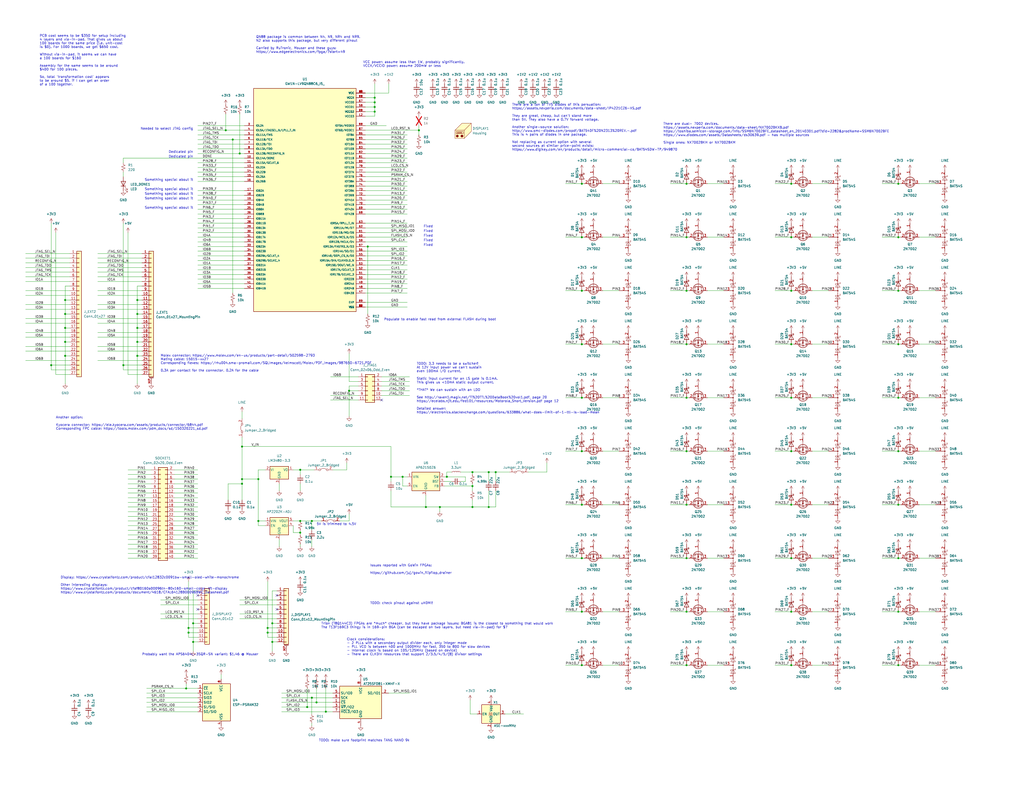
<source format=kicad_sch>
(kicad_sch (version 20230121) (generator eeschema)
  (paper "C")
  (title_block (title "UNIC 40") (date "2023-11-24") (rev "1.0") (company "Modular Circuits"))
  (junction (at 270.51 257.81))
  (junction (at 374.65 275.59))
  (junction (at 204.47 60.96))
  (junction (at 132.08 261.62))
  (junction (at 317.5 304.8))
  (junction (at 317.5 100.33))
  (junction (at 257.81 276.86))
  (junction (at 74.93 171.45))
  (junction (at 74.93 163.83))
  (junction (at 317.5 275.59))
  (junction (at 374.65 129.54))
  (junction (at 317.5 187.96))
  (junction (at 490.22 187.96))
  (junction (at 177.8 388.62))
  (junction (at 490.22 304.8))
  (junction (at 146.05 342.9))
  (junction (at 374.65 363.22))
  (junction (at 490.22 363.22))
  (junction (at 431.8 304.8))
  (junction (at 200.66 134.62))
  (junction (at 490.22 158.75))
  (junction (at 374.65 304.8))
  (junction (at 431.8 100.33))
  (junction (at 228.6 71.12))
  (junction (at 490.22 334.01))
  (junction (at 257.81 265.43))
  (junction (at 172.72 383.54))
  (junction (at 317.5 217.17))
  (junction (at 35.56 171.45))
  (junction (at 163.83 256.54))
  (junction (at 204.47 55.88))
  (junction (at 374.65 334.01))
  (junction (at 74.93 179.07))
  (junction (at 146.05 345.44))
  (junction (at 431.8 246.38))
  (junction (at 67.31 199.39))
  (junction (at 105.41 340.36))
  (junction (at 102.87 345.44))
  (junction (at 374.65 100.33))
  (junction (at 35.56 194.31))
  (junction (at 490.22 100.33))
  (junction (at 374.65 217.17))
  (junction (at 148.59 340.36))
  (junction (at 127 76.2))
  (junction (at 257.81 257.81))
  (junction (at 266.7 257.81))
  (junction (at 213.36 260.35))
  (junction (at 431.8 187.96))
  (junction (at 490.22 217.17))
  (junction (at 490.22 129.54))
  (junction (at 35.56 163.83))
  (junction (at 431.8 217.17))
  (junction (at 163.83 284.48))
  (junction (at 27.94 199.39))
  (junction (at 204.47 58.42))
  (junction (at 431.8 334.01))
  (junction (at 490.22 275.59))
  (junction (at 123.19 71.12))
  (junction (at 232.41 276.86))
  (junction (at 101.6 375.92))
  (junction (at 266.7 276.86))
  (junction (at 431.8 158.75))
  (junction (at 490.22 246.38))
  (junction (at 317.5 129.54))
  (junction (at 431.8 129.54))
  (junction (at 190.5 213.36))
  (junction (at 431.8 363.22))
  (junction (at 105.41 350.52))
  (junction (at 170.18 381))
  (junction (at 170.18 284.48))
  (junction (at 148.59 350.52))
  (junction (at 431.8 275.59))
  (junction (at 317.5 246.38))
  (junction (at 132.08 264.16))
  (junction (at 204.47 53.34))
  (junction (at 167.64 386.08))
  (junction (at 163.83 290.83))
  (junction (at 374.65 187.96))
  (junction (at 74.93 186.69))
  (junction (at 35.56 186.69))
  (junction (at 140.97 261.62))
  (junction (at 219.71 260.35))
  (junction (at 140.97 284.48))
  (junction (at 240.03 276.86))
  (junction (at 317.5 158.75))
  (junction (at 374.65 158.75))
  (junction (at 317.5 363.22))
  (junction (at 35.56 179.07))
  (junction (at 317.5 334.01))
  (junction (at 132.08 243.84))
  (junction (at 243.84 260.35))
  (junction (at 74.93 194.31))
  (junction (at 130.81 83.82))
  (junction (at 374.65 246.38))
  (junction (at 102.87 342.9))
  (no_connect (at 151.13 325.12))
  (no_connect (at 151.13 332.74))
  (no_connect (at 208.28 218.44))
  (no_connect (at 107.95 332.74))
  (no_connect (at 107.95 325.12))
  (wire (pts (xy 199.39 144.78) (xy 222.25 144.78)))
  (wire (pts (xy 107.95 106.68) (xy 133.35 106.68)))
  (wire (pts (xy 275.59 389.89) (xy 285.75 389.89)))
  (wire (pts (xy 431.8 363.22) (xy 433.07 363.22)))
  (wire (pts (xy 69.85 269.24) (xy 82.55 269.24)))
  (wire (pts (xy 328.93 246.38) (xy 337.82 246.38)))
  (wire (pts (xy 30.48 127) (xy 30.48 204.47)))
  (wire (pts (xy 95.25 289.56) (xy 107.95 289.56)))
  (wire (pts (xy 200.66 134.62) (xy 222.25 134.62)))
  (wire (pts (xy 190.5 284.48) (xy 185.42 284.48)))
  (wire (pts (xy 328.93 158.75) (xy 337.82 158.75)))
  (wire (pts (xy 27.94 201.93) (xy 27.94 199.39)))
  (wire (pts (xy 246.38 257.81) (xy 243.84 257.81)))
  (wire (pts (xy 501.65 334.01) (xy 510.54 334.01)))
  (wire (pts (xy 105.41 350.52) (xy 105.41 355.6)))
  (wire (pts (xy 67.31 86.36) (xy 133.35 86.36)))
  (wire (pts (xy 365.76 100.33) (xy 374.65 100.33)))
  (wire (pts (xy 232.41 270.51) (xy 232.41 276.86)))
  (wire (pts (xy 257.81 265.43) (xy 257.81 267.97)))
  (wire (pts (xy 107.95 88.9) (xy 133.35 88.9)))
  (wire (pts (xy 219.71 260.35) (xy 222.25 260.35)))
  (wire (pts (xy 199.39 165.1) (xy 222.25 165.1)))
  (wire (pts (xy 422.91 275.59) (xy 431.8 275.59)))
  (wire (pts (xy 123.19 62.23) (xy 123.19 71.12)))
  (wire (pts (xy 257.81 257.81) (xy 257.81 259.08)))
  (wire (pts (xy 501.65 158.75) (xy 510.54 158.75)))
  (wire (pts (xy 53.34 189.23) (xy 77.47 189.23)))
  (wire (pts (xy 308.61 100.33) (xy 317.5 100.33)))
  (wire (pts (xy 228.6 71.12) (xy 228.6 73.66)))
  (wire (pts (xy 481.33 246.38) (xy 490.22 246.38)))
  (wire (pts (xy 163.83 297.18) (xy 163.83 298.45)))
  (wire (pts (xy 422.91 217.17) (xy 431.8 217.17)))
  (wire (pts (xy 153.67 388.62) (xy 177.8 388.62)))
  (wire (pts (xy 53.34 146.05) (xy 77.47 146.05)))
  (wire (pts (xy 481.33 158.75) (xy 490.22 158.75)))
  (wire (pts (xy 204.47 45.72) (xy 204.47 53.34)))
  (wire (pts (xy 481.33 304.8) (xy 490.22 304.8)))
  (wire (pts (xy 95.25 297.18) (xy 107.95 297.18)))
  (wire (pts (xy 35.56 186.69) (xy 38.1 186.69)))
  (wire (pts (xy 163.83 289.56) (xy 163.83 290.83)))
  (wire (pts (xy 13.97 168.91) (xy 38.1 168.91)))
  (wire (pts (xy 132.08 264.16) (xy 132.08 261.62)))
  (wire (pts (xy 257.81 273.05) (xy 257.81 276.86)))
  (wire (pts (xy 130.81 335.28) (xy 151.13 335.28)))
  (wire (pts (xy 151.13 342.9) (xy 146.05 342.9)))
  (wire (pts (xy 77.47 156.21) (xy 74.93 156.21)))
  (wire (pts (xy 199.39 81.28) (xy 222.25 81.28)))
  (wire (pts (xy 53.34 168.91) (xy 77.47 168.91)))
  (wire (pts (xy 222.25 265.43) (xy 219.71 265.43)))
  (wire (pts (xy 38.1 156.21) (xy 35.56 156.21)))
  (wire (pts (xy 422.91 187.96) (xy 431.8 187.96)))
  (wire (pts (xy 208.28 208.28) (xy 223.52 208.28)))
  (wire (pts (xy 199.39 73.66) (xy 222.25 73.66)))
  (wire (pts (xy 74.93 156.21) (xy 74.93 163.83)))
  (wire (pts (xy 38.1 204.47) (xy 30.48 204.47)))
  (wire (pts (xy 443.23 304.8) (xy 452.12 304.8)))
  (wire (pts (xy 386.08 275.59) (xy 394.97 275.59)))
  (wire (pts (xy 431.8 187.96) (xy 433.07 187.96)))
  (wire (pts (xy 317.5 217.17) (xy 318.77 217.17)))
  (wire (pts (xy 328.93 129.54) (xy 337.82 129.54)))
  (wire (pts (xy 180.34 218.44) (xy 195.58 218.44)))
  (wire (pts (xy 501.65 246.38) (xy 510.54 246.38)))
  (wire (pts (xy 208.28 215.9) (xy 223.52 215.9)))
  (wire (pts (xy 240.03 276.86) (xy 240.03 279.4)))
  (wire (pts (xy 13.97 196.85) (xy 38.1 196.85)))
  (wire (pts (xy 308.61 129.54) (xy 317.5 129.54)))
  (wire (pts (xy 148.59 350.52) (xy 148.59 355.6)))
  (wire (pts (xy 481.33 275.59) (xy 490.22 275.59)))
  (wire (pts (xy 172.72 375.92) (xy 172.72 383.54)))
  (wire (pts (xy 328.93 187.96) (xy 337.82 187.96)))
  (wire (pts (xy 69.85 297.18) (xy 82.55 297.18)))
  (wire (pts (xy 365.76 304.8) (xy 374.65 304.8)))
  (wire (pts (xy 199.39 50.8) (xy 212.09 50.8)))
  (wire (pts (xy 481.33 363.22) (xy 490.22 363.22)))
  (wire (pts (xy 148.59 322.58) (xy 148.59 340.36)))
  (wire (pts (xy 199.39 78.74) (xy 222.25 78.74)))
  (wire (pts (xy 53.34 148.59) (xy 77.47 148.59)))
  (wire (pts (xy 170.18 394.97) (xy 170.18 396.24)))
  (wire (pts (xy 422.91 334.01) (xy 431.8 334.01)))
  (wire (pts (xy 431.8 129.54) (xy 433.07 129.54)))
  (wire (pts (xy 317.5 187.96) (xy 318.77 187.96)))
  (wire (pts (xy 107.95 347.98) (xy 102.87 347.98)))
  (wire (pts (xy 101.6 373.38) (xy 101.6 375.92)))
  (wire (pts (xy 107.95 104.14) (xy 133.35 104.14)))
  (wire (pts (xy 257.81 264.16) (xy 257.81 265.43)))
  (wire (pts (xy 53.34 166.37) (xy 77.47 166.37)))
  (wire (pts (xy 74.93 163.83) (xy 77.47 163.83)))
  (wire (pts (xy 422.91 100.33) (xy 431.8 100.33)))
  (wire (pts (xy 190.5 213.36) (xy 195.58 213.36)))
  (wire (pts (xy 35.56 194.31) (xy 35.56 209.55)))
  (wire (pts (xy 242.57 260.35) (xy 243.84 260.35)))
  (wire (pts (xy 95.25 304.8) (xy 107.95 304.8)))
  (wire (pts (xy 177.8 375.92) (xy 177.8 388.62)))
  (wire (pts (xy 256.54 382.27) (xy 256.54 389.89)))
  (wire (pts (xy 105.41 322.58) (xy 107.95 322.58)))
  (wire (pts (xy 146.05 342.9) (xy 146.05 345.44)))
  (wire (pts (xy 199.39 71.12) (xy 228.6 71.12)))
  (wire (pts (xy 431.8 275.59) (xy 433.07 275.59)))
  (wire (pts (xy 107.95 93.98) (xy 133.35 93.98)))
  (wire (pts (xy 374.65 246.38) (xy 375.92 246.38)))
  (wire (pts (xy 69.85 292.1) (xy 82.55 292.1)))
  (wire (pts (xy 199.39 109.22) (xy 222.25 109.22)))
  (wire (pts (xy 74.93 163.83) (xy 74.93 171.45)))
  (wire (pts (xy 365.76 275.59) (xy 374.65 275.59)))
  (wire (pts (xy 77.47 204.47) (xy 69.85 204.47)))
  (wire (pts (xy 270.51 262.89) (xy 270.51 257.81)))
  (wire (pts (xy 95.25 261.62) (xy 107.95 261.62)))
  (wire (pts (xy 386.08 246.38) (xy 394.97 246.38)))
  (wire (pts (xy 199.39 114.3) (xy 222.25 114.3)))
  (wire (pts (xy 308.61 246.38) (xy 317.5 246.38)))
  (wire (pts (xy 35.56 171.45) (xy 35.56 179.07)))
  (wire (pts (xy 443.23 334.01) (xy 452.12 334.01)))
  (wire (pts (xy 199.39 76.2) (xy 222.25 76.2)))
  (wire (pts (xy 199.39 86.36) (xy 222.25 86.36)))
  (wire (pts (xy 95.25 264.16) (xy 107.95 264.16)))
  (wire (pts (xy 163.83 284.48) (xy 170.18 284.48)))
  (wire (pts (xy 67.31 121.92) (xy 67.31 199.39)))
  (wire (pts (xy 501.65 363.22) (xy 510.54 363.22)))
  (wire (pts (xy 107.95 154.94) (xy 133.35 154.94)))
  (wire (pts (xy 80.01 375.92) (xy 101.6 375.92)))
  (wire (pts (xy 53.34 158.75) (xy 77.47 158.75)))
  (wire (pts (xy 260.35 389.89) (xy 256.54 389.89)))
  (wire (pts (xy 365.76 246.38) (xy 374.65 246.38)))
  (wire (pts (xy 69.85 259.08) (xy 82.55 259.08)))
  (wire (pts (xy 490.22 275.59) (xy 491.49 275.59)))
  (wire (pts (xy 317.5 363.22) (xy 318.77 363.22)))
  (wire (pts (xy 386.08 363.22) (xy 394.97 363.22)))
  (wire (pts (xy 213.36 243.84) (xy 132.08 243.84)))
  (wire (pts (xy 13.97 148.59) (xy 38.1 148.59)))
  (wire (pts (xy 199.39 134.62) (xy 200.66 134.62)))
  (wire (pts (xy 160.02 256.54) (xy 163.83 256.54)))
  (wire (pts (xy 69.85 276.86) (xy 82.55 276.86)))
  (wire (pts (xy 374.65 304.8) (xy 375.92 304.8)))
  (wire (pts (xy 180.34 205.74) (xy 195.58 205.74)))
  (wire (pts (xy 35.56 179.07) (xy 38.1 179.07)))
  (wire (pts (xy 13.97 191.77) (xy 38.1 191.77)))
  (wire (pts (xy 212.09 45.72) (xy 212.09 50.8)))
  (wire (pts (xy 365.76 217.17) (xy 374.65 217.17)))
  (wire (pts (xy 107.95 149.86) (xy 133.35 149.86)))
  (wire (pts (xy 102.87 345.44) (xy 102.87 347.98)))
  (wire (pts (xy 95.25 276.86) (xy 107.95 276.86)))
  (wire (pts (xy 240.03 276.86) (xy 257.81 276.86)))
  (wire (pts (xy 365.76 363.22) (xy 374.65 363.22)))
  (wire (pts (xy 69.85 302.26) (xy 82.55 302.26)))
  (wire (pts (xy 204.47 53.34) (xy 199.39 53.34)))
  (wire (pts (xy 199.39 149.86) (xy 222.25 149.86)))
  (wire (pts (xy 132.08 238.76) (xy 132.08 243.84)))
  (wire (pts (xy 266.7 276.86) (xy 270.51 276.86)))
  (wire (pts (xy 199.39 142.24) (xy 222.25 142.24)))
  (wire (pts (xy 431.8 304.8) (xy 433.07 304.8)))
  (wire (pts (xy 365.76 334.01) (xy 374.65 334.01)))
  (wire (pts (xy 80.01 378.46) (xy 107.95 378.46)))
  (wire (pts (xy 148.59 340.36) (xy 148.59 350.52)))
  (wire (pts (xy 102.87 345.44) (xy 107.95 345.44)))
  (wire (pts (xy 308.61 304.8) (xy 317.5 304.8)))
  (wire (pts (xy 374.65 158.75) (xy 375.92 158.75)))
  (wire (pts (xy 69.85 284.48) (xy 82.55 284.48)))
  (wire (pts (xy 199.39 152.4) (xy 222.25 152.4)))
  (wire (pts (xy 386.08 304.8) (xy 394.97 304.8)))
  (wire (pts (xy 13.97 181.61) (xy 38.1 181.61)))
  (wire (pts (xy 328.93 100.33) (xy 337.82 100.33)))
  (wire (pts (xy 422.91 304.8) (xy 431.8 304.8)))
  (wire (pts (xy 107.95 142.24) (xy 133.35 142.24)))
  (wire (pts (xy 67.31 93.98) (xy 67.31 96.52)))
  (wire (pts (xy 13.97 161.29) (xy 38.1 161.29)))
  (wire (pts (xy 431.8 158.75) (xy 433.07 158.75)))
  (wire (pts (xy 107.95 137.16) (xy 133.35 137.16)))
  (wire (pts (xy 443.23 217.17) (xy 452.12 217.17)))
  (wire (pts (xy 105.41 340.36) (xy 105.41 350.52)))
  (wire (pts (xy 163.83 290.83) (xy 163.83 292.1)))
  (wire (pts (xy 481.33 334.01) (xy 490.22 334.01)))
  (wire (pts (xy 120.65 368.3) (xy 120.65 370.84)))
  (wire (pts (xy 95.25 269.24) (xy 107.95 269.24)))
  (wire (pts (xy 199.39 68.58) (xy 210.82 68.58)))
  (wire (pts (xy 107.95 152.4) (xy 133.35 152.4)))
  (wire (pts (xy 386.08 129.54) (xy 394.97 129.54)))
  (wire (pts (xy 308.61 334.01) (xy 317.5 334.01)))
  (wire (pts (xy 53.34 176.53) (xy 77.47 176.53)))
  (wire (pts (xy 431.8 100.33) (xy 433.07 100.33)))
  (wire (pts (xy 490.22 217.17) (xy 491.49 217.17)))
  (wire (pts (xy 199.39 91.44) (xy 222.25 91.44)))
  (wire (pts (xy 95.25 271.78) (xy 107.95 271.78)))
  (wire (pts (xy 199.39 157.48) (xy 222.25 157.48)))
  (wire (pts (xy 213.36 267.97) (xy 213.36 276.86)))
  (wire (pts (xy 107.95 139.7) (xy 133.35 139.7)))
  (wire (pts (xy 105.41 322.58) (xy 105.41 340.36)))
  (wire (pts (xy 95.25 266.7) (xy 107.95 266.7)))
  (wire (pts (xy 374.65 363.22) (xy 375.92 363.22)))
  (wire (pts (xy 431.8 334.01) (xy 433.07 334.01)))
  (wire (pts (xy 151.13 347.98) (xy 146.05 347.98)))
  (wire (pts (xy 422.91 158.75) (xy 431.8 158.75)))
  (wire (pts (xy 13.97 151.13) (xy 38.1 151.13)))
  (wire (pts (xy 163.83 256.54) (xy 163.83 259.08)))
  (wire (pts (xy 443.23 129.54) (xy 452.12 129.54)))
  (wire (pts (xy 124.46 273.05) (xy 124.46 264.16)))
  (wire (pts (xy 133.35 83.82) (xy 130.81 83.82)))
  (wire (pts (xy 153.67 386.08) (xy 167.64 386.08)))
  (wire (pts (xy 74.93 171.45) (xy 77.47 171.45)))
  (wire (pts (xy 374.65 217.17) (xy 375.92 217.17)))
  (wire (pts (xy 123.19 71.12) (xy 133.35 71.12)))
  (wire (pts (xy 163.83 267.97) (xy 163.83 264.16)))
  (wire (pts (xy 251.46 257.81) (xy 257.81 257.81)))
  (wire (pts (xy 107.95 78.74) (xy 133.35 78.74)))
  (wire (pts (xy 374.65 187.96) (xy 375.92 187.96)))
  (wire (pts (xy 213.36 243.84) (xy 213.36 260.35)))
  (wire (pts (xy 490.22 334.01) (xy 491.49 334.01)))
  (wire (pts (xy 69.85 289.56) (xy 82.55 289.56)))
  (wire (pts (xy 148.59 322.58) (xy 151.13 322.58)))
  (wire (pts (xy 481.33 187.96) (xy 490.22 187.96)))
  (wire (pts (xy 170.18 298.45) (xy 170.18 294.64)))
  (wire (pts (xy 77.47 199.39) (xy 67.31 199.39)))
  (wire (pts (xy 35.56 171.45) (xy 38.1 171.45)))
  (wire (pts (xy 200.66 134.62) (xy 200.66 171.45)))
  (wire (pts (xy 13.97 146.05) (xy 38.1 146.05)))
  (wire (pts (xy 204.47 55.88) (xy 204.47 53.34)))
  (wire (pts (xy 74.93 171.45) (xy 74.93 179.07)))
  (wire (pts (xy 74.93 194.31) (xy 74.93 209.55)))
  (wire (pts (xy 130.81 337.82) (xy 151.13 337.82)))
  (wire (pts (xy 140.97 261.62) (xy 140.97 284.48)))
  (wire (pts (xy 107.95 127) (xy 133.35 127)))
  (wire (pts (xy 67.31 86.36) (xy 67.31 88.9)))
  (wire (pts (xy 148.59 340.36) (xy 151.13 340.36)))
  (wire (pts (xy 53.34 196.85) (xy 77.47 196.85)))
  (wire (pts (xy 95.25 294.64) (xy 107.95 294.64)))
  (wire (pts (xy 199.39 129.54) (xy 222.25 129.54)))
  (wire (pts (xy 95.25 281.94) (xy 107.95 281.94)))
  (wire (pts (xy 365.76 187.96) (xy 374.65 187.96)))
  (wire (pts (xy 53.34 191.77) (xy 77.47 191.77)))
  (wire (pts (xy 140.97 284.48) (xy 140.97 287.02)))
  (wire (pts (xy 490.22 100.33) (xy 491.49 100.33)))
  (wire (pts (xy 80.01 383.54) (xy 107.95 383.54)))
  (wire (pts (xy 374.65 275.59) (xy 375.92 275.59)))
  (wire (pts (xy 243.84 260.35) (xy 254 260.35)))
  (wire (pts (xy 199.39 147.32) (xy 222.25 147.32)))
  (wire (pts (xy 132.08 243.84) (xy 132.08 261.62)))
  (wire (pts (xy 132.08 224.79) (xy 132.08 228.6)))
  (wire (pts (xy 87.63 335.28) (xy 107.95 335.28)))
  (wire (pts (xy 199.39 101.6) (xy 222.25 101.6)))
  (wire (pts (xy 490.22 246.38) (xy 491.49 246.38)))
  (wire (pts (xy 13.97 143.51) (xy 38.1 143.51)))
  (wire (pts (xy 317.5 304.8) (xy 318.77 304.8)))
  (wire (pts (xy 87.63 327.66) (xy 107.95 327.66)))
  (wire (pts (xy 266.7 267.97) (xy 266.7 276.86)))
  (wire (pts (xy 328.93 275.59) (xy 337.82 275.59)))
  (wire (pts (xy 228.6 68.58) (xy 228.6 71.12)))
  (wire (pts (xy 204.47 63.5) (xy 204.47 60.96)))
  (wire (pts (xy 69.85 266.7) (xy 82.55 266.7)))
  (wire (pts (xy 53.34 173.99) (xy 77.47 173.99)))
  (wire (pts (xy 422.91 129.54) (xy 431.8 129.54)))
  (wire (pts (xy 208.28 213.36) (xy 223.52 213.36)))
  (wire (pts (xy 13.97 184.15) (xy 38.1 184.15)))
  (wire (pts (xy 107.95 134.62) (xy 133.35 134.62)))
  (wire (pts (xy 317.5 100.33) (xy 318.77 100.33)))
  (wire (pts (xy 105.41 340.36) (xy 107.95 340.36)))
  (wire (pts (xy 107.95 91.44) (xy 133.35 91.44)))
  (wire (pts (xy 35.56 163.83) (xy 35.56 171.45)))
  (wire (pts (xy 140.97 284.48) (xy 144.78 284.48)))
  (wire (pts (xy 257.81 257.81) (xy 266.7 257.81)))
  (wire (pts (xy 374.65 100.33) (xy 375.92 100.33)))
  (wire (pts (xy 107.95 350.52) (xy 105.41 350.52)))
  (wire (pts (xy 190.5 210.82) (xy 190.5 213.36)))
  (wire (pts (xy 95.25 274.32) (xy 107.95 274.32)))
  (wire (pts (xy 501.65 100.33) (xy 510.54 100.33)))
  (wire (pts (xy 160.02 287.02) (xy 160.02 290.83)))
  (wire (pts (xy 130.81 330.2) (xy 151.13 330.2)))
  (wire (pts (xy 69.85 304.8) (xy 82.55 304.8)))
  (wire (pts (xy 199.39 111.76) (xy 222.25 111.76)))
  (wire (pts (xy 95.25 292.1) (xy 107.95 292.1)))
  (wire (pts (xy 107.95 73.66) (xy 133.35 73.66)))
  (wire (pts (xy 74.93 179.07) (xy 77.47 179.07)))
  (wire (pts (xy 95.25 287.02) (xy 107.95 287.02)))
  (wire (pts (xy 69.85 294.64) (xy 82.55 294.64)))
  (wire (pts (xy 170.18 389.89) (xy 170.18 381)))
  (wire (pts (xy 270.51 257.81) (xy 266.7 257.81)))
  (wire (pts (xy 95.25 256.54) (xy 107.95 256.54)))
  (wire (pts (xy 146.05 345.44) (xy 151.13 345.44)))
  (wire (pts (xy 208.28 205.74) (xy 223.52 205.74)))
  (wire (pts (xy 443.23 158.75) (xy 452.12 158.75)))
  (wire (pts (xy 87.63 330.2) (xy 107.95 330.2)))
  (wire (pts (xy 422.91 246.38) (xy 431.8 246.38)))
  (wire (pts (xy 53.34 181.61) (xy 77.47 181.61)))
  (wire (pts (xy 199.39 106.68) (xy 222.25 106.68)))
  (wire (pts (xy 365.76 158.75) (xy 374.65 158.75)))
  (wire (pts (xy 74.93 186.69) (xy 74.93 194.31)))
  (wire (pts (xy 13.97 138.43) (xy 38.1 138.43)))
  (wire (pts (xy 95.25 259.08) (xy 107.95 259.08)))
  (wire (pts (xy 365.76 129.54) (xy 374.65 129.54)))
  (wire (pts (xy 481.33 129.54) (xy 490.22 129.54)))
  (wire (pts (xy 140.97 256.54) (xy 144.78 256.54)))
  (wire (pts (xy 107.95 342.9) (xy 102.87 342.9)))
  (wire (pts (xy 130.81 62.23) (xy 130.81 83.82)))
  (wire (pts (xy 199.39 121.92) (xy 222.25 121.92)))
  (wire (pts (xy 170.18 284.48) (xy 170.18 289.56)))
  (wire (pts (xy 146.05 317.5) (xy 146.05 342.9)))
  (wire (pts (xy 180.34 215.9) (xy 195.58 215.9)))
  (wire (pts (xy 27.94 121.92) (xy 27.94 199.39)))
  (wire (pts (xy 328.93 334.01) (xy 337.82 334.01)))
  (wire (pts (xy 53.34 143.51) (xy 77.47 143.51)))
  (wire (pts (xy 213.36 260.35) (xy 213.36 262.89)))
  (wire (pts (xy 501.65 187.96) (xy 510.54 187.96)))
  (wire (pts (xy 374.65 334.01) (xy 375.92 334.01)))
  (wire (pts (xy 69.85 271.78) (xy 82.55 271.78)))
  (wire (pts (xy 490.22 363.22) (xy 491.49 363.22)))
  (wire (pts (xy 107.95 129.54) (xy 133.35 129.54)))
  (wire (pts (xy 13.97 173.99) (xy 38.1 173.99)))
  (wire (pts (xy 153.67 383.54) (xy 172.72 383.54)))
  (wire (pts (xy 69.85 127) (xy 69.85 204.47)))
  (wire (pts (xy 501.65 129.54) (xy 510.54 129.54)))
  (wire (pts (xy 177.8 388.62) (xy 181.61 388.62)))
  (wire (pts (xy 199.39 167.64) (xy 222.25 167.64)))
  (wire (pts (xy 243.84 257.81) (xy 243.84 260.35)))
  (wire (pts (xy 80.01 388.62) (xy 107.95 388.62)))
  (wire (pts (xy 257.81 276.86) (xy 266.7 276.86)))
  (wire (pts (xy 107.95 111.76) (xy 133.35 111.76)))
  (wire (pts (xy 35.56 156.21) (xy 35.56 163.83)))
  (wire (pts (xy 298.45 252.73) (xy 298.45 257.81)))
  (wire (pts (xy 199.39 132.08) (xy 222.25 132.08)))
  (wire (pts (xy 107.95 114.3) (xy 133.35 114.3)))
  (wire (pts (xy 53.34 138.43) (xy 77.47 138.43)))
  (wire (pts (xy 107.95 71.12) (xy 123.19 71.12)))
  (wire (pts (xy 386.08 334.01) (xy 394.97 334.01)))
  (wire (pts (xy 69.85 274.32) (xy 82.55 274.32)))
  (wire (pts (xy 212.09 378.46) (xy 223.52 378.46)))
  (wire (pts (xy 189.23 256.54) (xy 189.23 252.73)))
  (wire (pts (xy 107.95 121.92) (xy 133.35 121.92)))
  (wire (pts (xy 132.08 273.05) (xy 132.08 264.16)))
  (wire (pts (xy 317.5 334.01) (xy 318.77 334.01)))
  (wire (pts (xy 107.95 96.52) (xy 133.35 96.52)))
  (wire (pts (xy 69.85 299.72) (xy 82.55 299.72)))
  (wire (pts (xy 199.39 96.52) (xy 222.25 96.52)))
  (wire (pts (xy 107.95 147.32) (xy 133.35 147.32)))
  (wire (pts (xy 308.61 187.96) (xy 317.5 187.96)))
  (wire (pts (xy 431.8 217.17) (xy 433.07 217.17)))
  (wire (pts (xy 80.01 381) (xy 107.95 381)))
  (wire (pts (xy 144.78 287.02) (xy 140.97 287.02)))
  (wire (pts (xy 38.1 199.39) (xy 27.94 199.39)))
  (wire (pts (xy 199.39 55.88) (xy 204.47 55.88)))
  (wire (pts (xy 152.4 264.16) (xy 152.4 267.97)))
  (wire (pts (xy 80.01 386.08) (xy 107.95 386.08)))
  (wire (pts (xy 481.33 217.17) (xy 490.22 217.17)))
  (wire (pts (xy 35.56 163.83) (xy 38.1 163.83)))
  (wire (pts (xy 199.39 93.98) (xy 222.25 93.98)))
  (wire (pts (xy 204.47 58.42) (xy 204.47 55.88)))
  (wire (pts (xy 199.39 160.02) (xy 222.25 160.02)))
  (wire (pts (xy 328.93 304.8) (xy 337.82 304.8)))
  (wire (pts (xy 69.85 256.54) (xy 82.55 256.54)))
  (wire (pts (xy 107.95 132.08) (xy 133.35 132.08)))
  (wire (pts (xy 443.23 187.96) (xy 452.12 187.96)))
  (wire (pts (xy 107.95 83.82) (xy 130.81 83.82)))
  (wire (pts (xy 95.25 284.48) (xy 107.95 284.48)))
  (wire (pts (xy 443.23 100.33) (xy 452.12 100.33)))
  (wire (pts (xy 308.61 363.22) (xy 317.5 363.22)))
  (wire (pts (xy 153.67 381) (xy 170.18 381)))
  (wire (pts (xy 199.39 104.14) (xy 222.25 104.14)))
  (wire (pts (xy 175.26 284.48) (xy 170.18 284.48)))
  (wire (pts (xy 160.02 284.48) (xy 163.83 284.48)))
  (wire (pts (xy 53.34 161.29) (xy 77.47 161.29)))
  (wire (pts (xy 101.6 375.92) (xy 107.95 375.92)))
  (wire (pts (xy 107.95 124.46) (xy 133.35 124.46)))
  (wire (pts (xy 102.87 317.5) (xy 102.87 342.9)))
  (wire (pts (xy 501.65 275.59) (xy 510.54 275.59)))
  (wire (pts (xy 199.39 58.42) (xy 204.47 58.42)))
  (wire (pts (xy 328.93 217.17) (xy 337.82 217.17)))
  (wire (pts (xy 232.41 276.86) (xy 240.03 276.86)))
  (wire (pts (xy 199.39 139.7) (xy 222.25 139.7)))
  (wire (pts (xy 167.64 375.92) (xy 167.64 386.08)))
  (wire (pts (xy 35.56 194.31) (xy 38.1 194.31)))
  (wire (pts (xy 443.23 275.59) (xy 452.12 275.59)))
  (wire (pts (xy 53.34 153.67) (xy 77.47 153.67)))
  (wire (pts (xy 132.08 261.62) (xy 140.97 261.62)))
  (wire (pts (xy 219.71 260.35) (xy 213.36 260.35)))
  (wire (pts (xy 53.34 140.97) (xy 77.47 140.97)))
  (wire (pts (xy 95.25 302.26) (xy 107.95 302.26)))
  (wire (pts (xy 69.85 281.94) (xy 82.55 281.94)))
  (wire (pts (xy 195.58 208.28) (xy 190.5 208.28)))
  (wire (pts (xy 213.36 276.86) (xy 232.41 276.86)))
  (wire (pts (xy 87.63 337.82) (xy 107.95 337.82)))
  (wire (pts (xy 199.39 99.06) (xy 222.25 99.06)))
  (wire (pts (xy 199.39 137.16) (xy 222.25 137.16)))
  (wire (pts (xy 35.56 179.07) (xy 35.56 186.69)))
  (wire (pts (xy 152.4 294.64) (xy 152.4 298.45)))
  (wire (pts (xy 170.18 381) (xy 181.61 381)))
  (wire (pts (xy 317.5 246.38) (xy 318.77 246.38)))
  (wire (pts (xy 13.97 153.67) (xy 38.1 153.67)))
  (wire (pts (xy 199.39 116.84) (xy 222.25 116.84)))
  (wire (pts (xy 107.95 68.58) (xy 133.35 68.58)))
  (wire (pts (xy 422.91 363.22) (xy 431.8 363.22)))
  (wire (pts (xy 124.46 264.16) (xy 132.08 264.16)))
  (wire (pts (xy 443.23 246.38) (xy 452.12 246.38)))
  (wire (pts (xy 317.5 158.75) (xy 318.77 158.75)))
  (wire (pts (xy 308.61 217.17) (xy 317.5 217.17)))
  (wire (pts (xy 386.08 217.17) (xy 394.97 217.17)))
  (wire (pts (xy 490.22 129.54) (xy 491.49 129.54)))
  (wire (pts (xy 251.46 262.89) (xy 254 262.89)))
  (wire (pts (xy 107.95 76.2) (xy 127 76.2)))
  (wire (pts (xy 199.39 88.9) (xy 222.25 88.9)))
  (wire (pts (xy 133.35 76.2) (xy 127 76.2)))
  (wire (pts (xy 13.97 166.37) (xy 38.1 166.37)))
  (wire (pts (xy 107.95 144.78) (xy 133.35 144.78)))
  (wire (pts (xy 53.34 184.15) (xy 77.47 184.15)))
  (wire (pts (xy 38.1 201.93) (xy 27.94 201.93)))
  (wire (pts (xy 199.39 127) (xy 222.25 127)))
  (wire (pts (xy 127 76.2) (xy 127 160.02)))
  (wire (pts (xy 443.23 363.22) (xy 452.12 363.22)))
  (wire (pts (xy 208.28 210.82) (xy 223.52 210.82)))
  (wire (pts (xy 167.64 386.08) (xy 181.61 386.08)))
  (wire (pts (xy 266.7 257.81) (xy 266.7 262.89)))
  (wire (pts (xy 35.56 186.69) (xy 35.56 194.31)))
  (wire (pts (xy 199.39 154.94) (xy 222.25 154.94)))
  (wire (pts (xy 386.08 100.33) (xy 394.97 100.33)))
  (wire (pts (xy 199.39 83.82) (xy 222.25 83.82)))
  (wire (pts (xy 95.25 279.4) (xy 107.95 279.4)))
  (wire (pts (xy 67.31 201.93) (xy 67.31 199.39)))
  (wire (pts (xy 219.71 265.43) (xy 219.71 260.35)))
  (wire (pts (xy 386.08 158.75) (xy 394.97 158.75)))
  (wire (pts (xy 13.97 158.75) (xy 38.1 158.75)))
  (wire (pts (xy 69.85 261.62) (xy 82.55 261.62)))
  (wire (pts (xy 107.95 157.48) (xy 133.35 157.48)))
  (wire (pts (xy 242.57 265.43) (xy 257.81 265.43)))
  (wire (pts (xy 270.51 267.97) (xy 270.51 276.86)))
  (wire (pts (xy 74.93 179.07) (xy 74.93 186.69)))
  (wire (pts (xy 195.58 210.82) (xy 190.5 210.82)))
  (wire (pts (xy 107.95 116.84) (xy 133.35 116.84)))
  (wire (pts (xy 242.57 262.89) (xy 246.38 262.89)))
  (wire (pts (xy 151.13 350.52) (xy 148.59 350.52)))
  (wire (pts (xy 107.95 109.22) (xy 133.35 109.22)))
  (wire (pts (xy 481.33 100.33) (xy 490.22 100.33)))
  (wire (pts (xy 288.29 257.81) (xy 298.45 257.81)))
  (wire (pts (xy 69.85 287.02) (xy 82.55 287.02)))
  (wire (pts (xy 13.97 189.23) (xy 38.1 189.23)))
  (wire (pts (xy 69.85 279.4) (xy 82.55 279.4)))
  (wire (pts (xy 13.97 140.97) (xy 38.1 140.97)))
  (wire (pts (xy 163.83 256.54) (xy 171.45 256.54)))
  (wire (pts (xy 190.5 193.04) (xy 190.5 208.28)))
  (wire (pts (xy 53.34 151.13) (xy 77.47 151.13)))
  (wire (pts (xy 204.47 60.96) (xy 204.47 58.42)))
  (wire (pts (xy 501.65 304.8) (xy 510.54 304.8)))
  (wire (pts (xy 490.22 158.75) (xy 491.49 158.75)))
  (wire (pts (xy 431.8 246.38) (xy 433.07 246.38)))
  (wire (pts (xy 95.25 299.72) (xy 107.95 299.72)))
  (wire (pts (xy 160.02 290.83) (xy 163.83 290.83)))
  (wire (pts (xy 13.97 176.53) (xy 38.1 176.53)))
  (wire (pts (xy 107.95 99.06) (xy 133.35 99.06)))
  (wire (pts (xy 308.61 158.75) (xy 317.5 158.75)))
  (wire (pts (xy 181.61 256.54) (xy 189.23 256.54)))
  (wire (pts (xy 317.5 129.54) (xy 318.77 129.54)))
  (wire (pts (xy 199.39 60.96) (xy 204.47 60.96)))
  (wire (pts (xy 308.61 275.59) (xy 317.5 275.59)))
  (wire (pts (xy 74.93 186.69) (xy 77.47 186.69)))
  (wire (pts (xy 69.85 264.16) (xy 82.55 264.16)))
  (wire (pts (xy 172.72 383.54) (xy 181.61 383.54)))
  (wire (pts (xy 490.22 304.8) (xy 491.49 304.8)))
  (wire (pts (xy 102.87 342.9) (xy 102.87 345.44)))
  (wire (pts (xy 386.08 187.96) (xy 394.97 187.96)))
  (wire (pts (xy 77.47 201.93) (xy 67.31 201.93)))
  (wire (pts (xy 190.5 284.48) (xy 190.5 280.67)))
  (wire (pts (xy 501.65 217.17) (xy 510.54 217.17)))
  (wire (pts (xy 199.39 63.5) (xy 204.47 63.5)))
  (wire (pts (xy 254 262.89) (xy 254 260.35)))
  (wire (pts (xy 146.05 345.44) (xy 146.05 347.98)))
  (wire (pts (xy 317.5 275.59) (xy 318.77 275.59)))
  (wire (pts (xy 107.95 81.28) (xy 133.35 81.28)))
  (wire (pts (xy 190.5 213.36) (xy 190.5 227.33)))
  (wire (pts (xy 490.22 187.96) (xy 491.49 187.96)))
  (wire (pts (xy 74.93 194.31) (xy 77.47 194.31)))
  (wire (pts (xy 199.39 124.46) (xy 222.25 124.46)))
  (wire (pts (xy 270.51 257.81) (xy 278.13 257.81)))
  (wire (pts (xy 374.65 129.54) (xy 375.92 129.54)))
  (wire (pts (xy 153.67 378.46) (xy 181.61 378.46)))
  (wire (pts (xy 328.93 363.22) (xy 337.82 363.22)))
  (wire (pts (xy 140.97 256.54) (xy 140.97 261.62)))
  (wire (pts (xy 107.95 119.38) (xy 133.35 119.38)))
  (wire (pts (xy 130.81 327.66) (xy 151.13 327.66)))
  (text "Issues reported with GoWin FPGAs:\n\nhttps://github.com/juj/gowin_flipflop_drainer" (at 201.93 313.69 0) (effects (font (size 1.27 1.27)) (justify left bottom)))
  (text "Populate to enable fast read from external FLASH during boot" (at 209.55 175.26 0) (effects (font (size 1.27 1.27)) (justify left bottom)))
  (text "Fixed" (at 231.14 134.62 0) (effects (font (size 1.27 1.27)) (justify left bottom)))
  (text "Something special about it" (at 105.41 109.22 0) (effects (font (size 1.27 1.27)) (justify right bottom)))
  (text "PCB cost seems to be $350 for setup including\n4 layers and via-in-pad. That gives us about\n100 boards for the same price (i.e. unit-cost\nis $0). For 1000 boards, we get $650 cost.\n\nWithout via-in-pad, it seems we can have\na 100 boards for $160\n\nAssembly for the same seems to be around\n$400 for 100 pieces.\n\nSo, total 'transformation cost' appears\nto be around $5, if I can get an order\nof a 100 together." (at 21.59 46.99 0) (effects (font (size 1.27 1.27)) (justify left bottom)))
  (text "Something special about it" (at 105.41 114.3 0) (effects (font (size 1.27 1.27)) (justify right bottom)))
  (text "VCC power: assume less than 1W, probably significantly.\nVCCX/VCCIO power: assume 200mW or less" (at 198.12 36.83 0) (effects (font (size 1.27 1.27)) (justify left bottom)))
  (text "Fixed" (at 231.14 129.54 0) (effects (font (size 1.27 1.27)) (justify left bottom)))
  (text "Molex connector: https://www.molex.com/en-us/products/part-detail/502598-2793\nMating cable: 15015-xx27\nCorresponding flexes: https://rhu004.sma-promail.com/SQLImages/kelmscott/Molex/PDF_Images/987650-6721.PDF\n\n0.3A per contact for the connector, 0.2A for the cable" (at 87.63 203.2 0) (effects (font (size 1.27 1.27)) (justify left bottom)))
  (text "Another option:\n\nKyocera connector: https://ele.kyocera.com/assets/products/connector/6844.pdf\nCorresponding FPC cable: https://tools.molex.com/pdm_docs/sd/150320221_sd.pdf" (at 30.48 234.95 0) (effects (font (size 1.27 1.27)) (justify left bottom)))
  (text "There are a ton of TVS diodes of this persuation:\nhttps://assets.nexperia.com/documents/data-sheet/IP4221CZ6-XS.pdf\n\nThey are great, cheap, but can't stand more\nthan 5V. They also have a 0.7V forward voltage.\n\nAnother single-source solution:\nhttp://www.smc-diodes.com/propdf/BAT54DF%20N2313%20REV.-.pdf\nThis is 4 pairs of diodes in one package.\n\nNot replacing as current option with several\nsecond sources at similar price-point exists:\nhttps://www.digikey.com/en/products/detail/micro-commercial-co/BAT54SDW-TP/949870\n" (at 279.4 82.55 0) (effects (font (size 1.27 1.27)) (justify left bottom)))
  (text "Clock considerations:\n- 2 PLLs with a secondary output divider each, only integer mode\n- PLL VCO is between 400 and 1000MHz for fast, 350 to 800 for slow devices\n- Internal clock is based on 105/125MHz (based on device)\n- There are CLKDIV resources that support 2/3.5/4/5/(8) divisor settings" (at 189.23 358.14 0) (effects (font (size 1.27 1.27)) (justify left bottom)))
  (text "TODO: 3.3 needs to be a switcher!\nAt 12V input power we can't sustain\neven 100mA I/O current.\n\nStatic input current for an LS gate is 0.1mA.\nThis gives us <10mA static output current.\n\n*THAT* We can sustain with an LDO\n\nSee http://raven1.magix.net/Ti%20TTL%20DataBook%20vol1.pdf, page 20\nhttps://ecelabs.njit.edu/fed101/resources/Motorola_Short_Version.pdf page 12\n\nDetailed answer:\nhttps://electronics.stackexchange.com/questions/633886/what-does-limit-of-1-ttl-ls-load-mean" (at 227.33 226.06 0) (effects (font (size 1.27 1.27)) (justify left bottom)))
  (text "Dedicated pin" (at 105.41 86.36 0) (effects (font (size 1.27 1.27)) (justify right bottom)))
  (text "Fixed" (at 231.14 132.08 0) (effects (font (size 1.27 1.27)) (justify left bottom)))
  (text "Something special about it" (at 105.41 104.14 0) (effects (font (size 1.27 1.27)) (justify right bottom)))
  (text "Needed to select JTAG config" (at 105.41 71.12 0) (effects (font (size 1.27 1.27)) (justify right bottom)))
  (text "Something special about it" (at 105.41 99.06 0) (effects (font (size 1.27 1.27)) (justify right bottom)))
  (text "QN88 package is common between N4, N9, NR4 and NR9.\nN2 also supports this package, but very different pinout\n\nCarried by RuTronic, Mouser and these guys:\nhttps://www.edgeelectronics.com/fpga/?start=49\n" (at 139.7 29.21 0) (effects (font (size 1.27 1.27)) (justify left bottom)))
  (text "Fixed" (at 231.14 124.46 0) (effects (font (size 1.27 1.27)) (justify left bottom)))
  (text "5V is trimmed to 4.5V" (at 172.72 287.02 0) (effects (font (size 1.27 1.27)) (justify left bottom)))
  (text "Fixed" (at 231.14 127 0) (effects (font (size 1.27 1.27)) (justify left bottom)))
  (text "Probably want the APS6404L-3SQR-SN variant: $1.46 @ Mouser" (at 77.47 358.14 0) (effects (font (size 1.27 1.27)) (justify left bottom)))
  (text "Dedicated pin" (at 105.41 83.82 0) (effects (font (size 1.27 1.27)) (justify right bottom)))
  (text "TODO: make sure footprint matches TANG NANO 9k" (at 173.99 405.13 0) (effects (font (size 1.27 1.27)) (justify left bottom)))
  (text "Display: https://www.crystalfontz.com/product/cfal12832c0091bw-small-oled-white-monochrome\n\nOther interesting displays:\nhttps://www.crystalfontz.com/product/cfaf80160a00096tn-80x160-small-color-tft-display\nhttps://www.crystalfontz.com/products/document/4618/CFAL64128B00096BWC_Datasheet.pdf\n\n" (at 33.02 326.39 0) (effects (font (size 1.27 1.27)) (justify left bottom)))
  (text "Trion (T8Q144C3) FPGAs are *much* cheaper, but they have package issues: BGA81 is the closest to something that would work\nThe T13F169C3 thingy is in 169-pin BGA (can be escaped on two layers, but need via-in-pad) for $7\n\n" (at 175.26 345.44 0) (effects (font (size 1.27 1.27)) (justify left bottom)))
  (text "Something special about it" (at 105.41 106.68 0) (effects (font (size 1.27 1.27)) (justify right bottom)))
  (text "TODO: check pinout against uHDMI!" (at 201.93 330.2 0) (effects (font (size 1.27 1.27)) (justify left bottom)))
  (text "There are dual- 7002 devices.\nhttps://assets.nexperia.com/documents/data-sheet/NX7002BKXB.pdf\nhttps://toshiba.semicon-storage.com/info/SSM6N7002BFE_datasheet_en_20140301.pdf?did=2282&prodName=SSM6N7002BFE\nhttps://www.diodes.com/assets/Datasheets/ds30639.pdf - has multiple sources\n\nSingle ones: NX7002BKH or NX7002BKM" (at 361.95 78.74 0) (effects (font (size 1.27 1.27)) (justify left bottom)))
  (label "PIN7" (at 74.93 271.78 0))
  (label "PIN22" (at 100.33 302.26 0))
  (label "PIN23_F" (at 213.36 88.9 0))
  (label "PIN22" (at 448.31 100.33 0))
  (label "LCD_RST_N" (at 133.35 335.28 0))
  (label "SPI_CLK" (at 133.35 330.2 0))
  (label "SPI_IO2" (at 82.55 383.54 0))
  (label "RECONFIG_N" (at 110.49 83.82 0))
  (label "PIN9" (at 74.93 276.86 0))
  (label "PIN12_F" (at 365.76 158.75 0))
  (label "PIN26_F" (at 213.36 76.2 0))
  (label "PIN39_F" (at 481.33 275.59 0))
  (label "PIN37_F" (at 110.49 111.76 0))
  (label "IO1A" (at 110.49 144.78 0))
  (label "IO6B" (at 110.49 137.16 0))
  (label "PIN24_F" (at 422.91 246.38 0))
  (label "PIN13" (at 74.93 287.02 0))
  (label "IO5B" (at 58.42 189.23 0))
  (label "FLASH_CS_N" (at 156.21 383.54 0))
  (label "PIN6" (at 74.93 269.24 0))
  (label "PIN16_F" (at 213.36 142.24 0))
  (label "PIN13_F" (at 213.36 106.68 0))
  (label "GND" (at 201.93 68.58 0))
  (label "PIN14_F" (at 213.36 121.92 0))
  (label "SPI_CLK" (at 213.36 132.08 0))
  (label "IO4A" (at 19.05 176.53 0))
  (label "SPI_MOSI_IO0" (at 133.35 327.66 0))
  (label "IO4B" (at 19.05 181.61 0))
  (label "PIN18" (at 391.16 187.96 0))
  (label "PIN11_F" (at 213.36 104.14 0))
  (label "PIN28_F" (at 422.91 158.75 0))
  (label "PIN35" (at 506.73 187.96 0))
  (label "PSRAM_CS_N" (at 82.55 375.92 0))
  (label "IO5A" (at 19.05 184.15 0))
  (label "PIN9" (at 334.01 334.01 0))
  (label "PIN29_F" (at 422.91 304.8 0))
  (label "PIN11" (at 74.93 281.94 0))
  (label "PIN5" (at 334.01 304.8 0))
  (label "PIN4" (at 334.01 129.54 0))
  (label "PIN35_F" (at 481.33 187.96 0))
  (label "PIN10_F" (at 213.36 114.3 0))
  (label "PIN12_F" (at 213.36 152.4 0))
  (label "PIN31_F" (at 213.36 73.66 0))
  (label "SPI_IO3" (at 156.21 388.62 0))
  (label "PIN20" (at 74.93 304.8 0))
  (label "IO4A" (at 58.42 176.53 0))
  (label "PIN32_F" (at 213.36 78.74 0))
  (label "PIN9_F" (at 308.61 334.01 0))
  (label "PIN25_F" (at 422.91 217.17 0))
  (label "PIN34" (at 506.73 217.17 0))
  (label "JTAG_TDI" (at 212.09 215.9 0))
  (label "IO2B" (at 110.49 139.7 0))
  (label "IO6A" (at 58.42 191.77 0))
  (label "PSRAM_CS_N" (at 213.36 96.52 0))
  (label "PIN27" (at 100.33 289.56 0))
  (label "PIN40_F" (at 481.33 363.22 0))
  (label "JTAG_TDO" (at 58.42 146.05 0))
  (label "IO3A" (at 110.49 149.86 0))
  (label "PIN26" (at 506.73 100.33 0))
  (label "PIN7_F" (at 213.36 160.02 0))
  (label "IO2B" (at 19.05 166.37 0))
  (label "PIN39_F" (at 110.49 104.14 0))
  (label "PIN19_F" (at 213.36 154.94 0))
  (label "V_IN" (at 137.16 243.84 0))
  (label "PIN31" (at 100.33 279.4 0))
  (label "PIN12" (at 391.16 158.75 0))
  (label "PIN8" (at 334.01 217.17 0))
  (label "PIN22_F" (at 213.36 93.98 0))
  (label "LCD_CS_N" (at 90.17 337.82 0))
  (label "PIN36" (at 100.33 266.7 0))
  (label "PIN38" (at 506.73 304.8 0))
  (label "GND" (at 213.36 167.64 0))
  (label "JTAG_TDI" (at 58.42 140.97 0))
  (label "PIN24_F" (at 213.36 83.82 0))
  (label "JTAG_TMS" (at 19.05 148.59 0))
  (label "PIN19_F" (at 365.76 363.22 0))
  (label "PIN4" (at 74.93 264.16 0))
  (label "IO6A" (at 212.09 205.74 0))
  (label "LCD_CS_N" (at 213.36 91.44 0))
  (label "PIN33" (at 100.33 274.32 0))
  (label "IO4B" (at 58.42 181.61 0))
  (label "IO5A" (at 110.49 154.94 0))
  (label "PIN18_F" (at 213.36 149.86 0))
  (label "PIN30_F" (at 213.36 101.6 0))
  (label "PIN6_F" (at 110.49 114.3 0))
  (label "JTAG_TCK" (at 110.49 76.2 0))
  (label "PIN37_F" (at 481.33 334.01 0))
  (label "IO1A" (at 58.42 153.67 0))
  (label "PIN5" (at 74.93 266.7 0))
  (label "IO1A" (at 19.05 153.67 0))
  (label "PIN20_F" (at 213.36 109.22 0))
  (label "PIN18" (at 74.93 299.72 0))
  (label "RECONFIG_N" (at 58.42 143.51 0))
  (label "PIN34_F" (at 481.33 217.17 0))
  (label "PIN29_F" (at 213.36 86.36 0))
  (label "PIN40_F" (at 110.49 109.22 0))
  (label "PIN3_F" (at 308.61 158.75 0))
  (label "PIN16" (at 391.16 246.38 0))
  (label "PIN30_F" (at 422.91 187.96 0))
  (label "PIN21_F" (at 422.91 129.54 0))
  (label "PIN33" (at 506.73 246.38 0))
  (label "PIN14" (at 391.16 129.54 0))
  (label "PIN33_F" (at 110.49 91.44 0))
  (label "PIN16" (at 74.93 294.64 0))
  (label "IO5B" (at 110.49 157.48 0))
  (label "PIN27_F" (at 110.49 68.58 0))
  (label "PIN34_F" (at 110.49 93.98 0))
  (label "PIN8" (at 74.93 274.32 0))
  (label "PIN37" (at 100.33 264.16 0))
  (label "PIN2" (at 334.01 187.96 0))
  (label "SPI_MISO_IO1" (at 82.55 388.62 0))
  (label "PIN24" (at 100.33 297.18 0))
  (label "PIN16_F" (at 365.76 246.38 0))
  (label "PIN32" (at 100.33 276.86 0))
  (label "PIN1_F" (at 110.49 124.46 0))
  (label "PIN7_F" (at 308.61 246.38 0))
  (label "IO5B" (at 19.05 189.23 0))
  (label "IO2A" (at 110.49 142.24 0))
  (label "JTAG_TDO" (at 19.05 146.05 0))
  (label "SPI_CLK" (at 156.21 381 0))
  (label "LCD_RST_N" (at 213.36 71.12 0))
  (label "PIN11_F" (at 365.76 275.59 0))
  (label "PIN4_F" (at 308.61 129.54 0))
  (label "SPI_MISO_IO1" (at 213.36 124.46 0))
  (label "JTAG_TCK" (at 58.42 151.13 0))
  (label "SPI_MOSI_IO0" (at 156.21 378.46 0))
  (label "JTAG_SEL_N" (at 19.05 138.43 0))
  (label "PIN29" (at 100.33 284.48 0))
  (label "PIN38_F" (at 110.49 106.68 0))
  (label "SPI_MOSI_IO0" (at 82.55 386.08 0))
  (label "IO1B" (at 110.49 147.32 0))
  (label "PIN31" (at 448.31 363.22 0))
  (label "JTAG_TCK" (at 212.09 210.82 0))
  (label "PIN25" (at 448.31 217.17 0))
  (label "PIN5_F" (at 110.49 116.84 0))
  (label "PIN21" (at 100.33 304.8 0))
  (label "PIN27" (at 448.31 334.01 0))
  (label "PIN36" (at 506.73 158.75 0))
  (label "PIN17" (at 74.93 297.18 0))
  (label "IO6A" (at 19.05 191.77 0))
  (label "IO2A" (at 19.05 161.29 0))
  (label "IO1B" (at 19.05 158.75 0))
  (label "PIN36_F" (at 481.33 158.75 0))
  (label "PIN35_F" (at 110.49 96.52 0))
  (label "PIN15" (at 74.93 292.1 0))
  (label "PIN10" (at 74.93 279.4 0))
  (label "PIN21_F" (at 213.36 99.06 0))
  (label "PIN23" (at 100.33 299.72 0))
  (label "PIN19" (at 74.93 302.26 0))
  (label "LCD_CS_N" (at 133.35 337.82 0))
  (label "IO3B" (at 58.42 173.99 0))
  (label "PIN39" (at 508 275.59 0))
  (label "SPI_CLK" (at 82.55 378.46 0))
  (label "SPI_IO2" (at 213.36 139.7 0))
  (label "JTAG_TDO" (at 110.49 81.28 0))
  (label "IO6B" (at 19.05 196.85 0))
  (label "DONE" (at 110.49 86.36 0))
  (label "PIN15" (at 391.16 100.33 0))
  (label "SPI_MOSI_IO0" (at 213.36 127 0))
  (label "JTAG_TMS" (at 212.09 208.28 0))
  (label "JTAG_TDI" (at 19.05 140.97 0))
  (label "PIN29" (at 448.31 304.8 0))
  (label "PIN3" (at 74.93 261.62 0))
  (label "PIN28" (at 448.31 158.75 0))
  (label "JTAG_SEL_N" (at 58.42 138.43 0))
  (label "PIN2" (at 74.93 259.08 0))
  (label "JTAG_TDI" (at 110.49 78.74 0))
  (label "PIN25" (at 100.33 294.64 0))
  (label "JTAG_SEL_N" (at 110.49 71.12 0))
  (label "PIN2_F" (at 110.49 127 0))
  (label "SPI_IO3" (at 82.55 381 0))
  (label "PIN3" (at 334.01 158.75 0))
  (label "PIN14_F" (at 365.76 129.54 0))
  (label "PIN25_F" (at 213.36 81.28 0))
  (label "PIN9_F" (at 213.36 111.76 0))
  (label "PIN11" (at 391.16 275.59 0))
  (label "IO4A" (at 110.49 129.54 0))
  (label "FLASH_CS_N" (at 213.36 129.54 0))
  (label "PIN8_F" (at 308.61 217.17 0))
  (label "PIN3_F" (at 110.49 119.38 0))
  (label "PIN18_F" (at 365.76 187.96 0))
  (label "PIN6_F" (at 308.61 275.59 0))
  (label "JTAG_TMS" (at 110.49 73.66 0))
  (label "IO3A" (at 58.42 168.91 0))
  (label "SPI_MOSI_IO0" (at 90.17 327.66 0))
  (label "IO6B" (at 181.61 205.74 0))
  (label "IO6B" (at 58.42 196.85 0))
  (label "PIN20" (at 391.16 334.01 0))
  (label "PIN32" (at 506.73 129.54 0))
  (label "PIN8_F" (at 213.36 157.48 0))
  (label "PIN4_F" (at 110.49 121.92 0))
  (label "PIN36_F" (at 110.49 99.06 0))
  (label "PIN33_F" (at 481.33 246.38 0))
  (label "PIN19" (at 391.16 363.22 0))
  (label "IO3B" (at 110.49 152.4 0))
  (label "PIN37" (at 506.73 334.01 0))
  (label "SPI_CLK" (at 90.17 330.2 0))
  (label "IO4B" (at 110.49 132.08 0))
  (label "PIN17_F" (at 365.76 217.17 0))
  (label "IO2B" (at 58.42 166.37 0))
  (label "PIN13" (at 391.16 304.8 0))
  (label "PIN30" (at 100.33 281.94 0))
  (label "PIN1_F" (at 308.61 100.33 0))
  (label "PIN14" (at 74.93 289.56 0))
  (label "GND" (at 213.36 165.1 0))
  (label "IO2A" (at 58.42 161.29 0))
  (label "PIN15_F" (at 213.36 116.84 0))
  (label "LCD_RST_N" (at 90.17 335.28 0))
  (label "PIN13_F" (at 365.76 304.8 0))
  (label "IO5A" (at 58.42 184.15 0))
  (label "JTAG_TMS" (at 58.42 148.59 0))
  (label "PIN38" (at 100.33 261.62 0))
  (label "PIN12" (at 74.93 284.48 0))
  (label "IO6A" (at 110.49 134.62 0))
  (label "IO1B" (at 58.42 158.75 0))
  (label "PIN10_F" (at 308.61 363.22 0))
  (label "PIN31_F" (at 422.91 363.22 0))
  (label "RECONFIG_N" (at 19.05 143.51 0))
  (label "PIN40" (at 100.33 256.54 0))
  (label "PIN23_F" (at 422.91 275.59 0))
  (label "PIN22_F" (at 422.91 100.33 0))
  (label "CLK1" (at 279.4 389.89 0))
  (label "PIN7" (at 334.01 246.38 0))
  (label "PIN32_F" (at 481.33 129.54 0))
  (label "PIN26" (at 100.33 292.1 0))
  (label "JTAG_TCK" (at 19.05 151.13 0))
  (label "PIN30" (at 448.31 187.96 0))
  (label "PIN1" (at 74.93 256.54 0))
  (label "PIN26_F" (at 481.33 100.33 0))
  (label "PIN1" (at 334.01 100.33 0))
  (label "PIN23" (at 449.58 275.59 0))
  (label "JTAG_TDO" (at 212.09 213.36 0))
  (label "SPI_IO3" (at 213.36 137.16 0))
  (label "PIN28_F" (at 110.49 88.9 0))
  (label "PIN20_F" (at 365.76 334.01 0))
  (label "PIN40" (at 506.73 363.22 0))
  (label "PIN28" (at 100.33 287.02 0))
  (label "RECONFIG_N" (at 181.61 215.9 0))
  (label "JTAG_SEL_N" (at 181.61 218.44 0))
  (label "PIN5_F" (at 308.61 304.8 0))
  (label "SPI_MISO_IO1" (at 214.63 378.46 0))
  (label "PIN24" (at 448.31 246.38 0))
  (label "PIN10" (at 334.01 363.22 0))
  (label "PIN15_F" (at 365.76 100.33 0))
  (label "PIN17_F" (at 213.36 144.78 0))
  (label "PIN27_F" (at 422.91 334.01 0))
  (label "PIN17" (at 391.16 217.17 0))
  (label "PIN35" (at 100.33 269.24 0))
  (label "PIN21" (at 448.31 129.54 0))
  (label "SPI_IO2" (at 156.21 386.08 0))
  (label "PIN34" (at 100.33 271.78 0))
  (label "PIN6" (at 334.01 275.59 0))
  (label "PIN39" (at 100.33 259.08 0))
  (label "PIN38_F" (at 481.33 304.8 0))
  (label "IO3A" (at 19.05 168.91 0))
  (label "IO3B" (at 19.05 173.99 0))
  (label "CLK1" (at 213.36 147.32 0))
  (label "PIN2_F" (at 308.61 187.96 0))
  (symbol (lib_id "power:LINE") (at 342.9 121.92 0) (unit 1)
    (property "Reference" "#PWR0101" (effects hide))
    (property "Value" "LINE" (at 342.9 116.84 0))
  )
  (symbol (lib_id "power:GND") (at 236.22 50.8 0) (unit 1)
    (property "Reference" "#PWR0279" (effects hide))
    (property "Value" "GND" (at 236.22 55.88 0))
  )
  (symbol (lib_id "power:GND") (at 342.9 137.16 0) (unit 1)
    (property "Reference" "#PWR0102" (effects hide))
    (property "Value" "GND" (at 342.9 142.24 0))
  )
  (symbol (lib_id "power:+3.3V") (at 236.22 45.72 0) (unit 1)
    (property "Reference" "#PWR0272" (effects hide))
    (property "Value" "+3.3V" (at 236.22 40.64 0))
  )
  (symbol (lib_id "Diode:BAT54S") (at 342.9 217.17 270) (mirror x) (unit 1)
    (property "Reference" "D34" (at 345.44 215.9 90) (effects (justify left)))
    (property "Value" "BAT54S" (at 345.44 218.44 90) (effects (justify left)))
    (property "Footprint" "Package_TO_SOT_SMD:SOT-23" (effects hide))
    (property "Datasheet" "https://www.diodes.com/assets/Datasheets/ds11005.pdf" (effects hide))
  )
  (symbol (lib_id "power:+3.3V") (at 431.8 180.34 0) (unit 1)
    (property "Reference" "#PWR0294" (effects hide))
    (property "Value" "+3.3V" (at 431.8 175.26 0))
  )
  (symbol (lib_id "power:+3.3V") (at 490.22 355.6 0) (unit 1)
    (property "Reference" "#PWR0315" (effects hide))
    (property "Value" "+3.3V" (at 490.22 350.52 0))
  )
  (symbol (lib_id "Diode:BAT54S") (at 342.9 129.54 270) (mirror x) (unit 1)
    (property "Reference" "D9" (at 345.44 128.27 90) (effects (justify left)))
    (property "Value" "BAT54S" (at 345.44 130.81 90) (effects (justify left)))
    (property "Footprint" "Package_TO_SOT_SMD:SOT-23" (effects hide))
    (property "Datasheet" "https://www.diodes.com/assets/Datasheets/ds11005.pdf" (effects hide))
  )
  (symbol (lib_id "Connector_Generic:Conn_01x27") (at 43.18 171.45 0) (unit 1)
    (property "Reference" "J_EXT2" (at 45.72 170.18 0) (effects (justify left)))
    (property "Value" "Conn_01x27" (at 45.72 172.72 0) (effects (justify left)))
    (property "Footprint" "Connector_PinHeader_2.54mm:PinHeader_2x14_P2.54mm_Vertical" (effects hide))
  )
  (symbol (lib_id "power:GND") (at 82.55 209.55 0) (unit 1)
    (property "Reference" "#PWR0229" (effects hide))
    (property "Value" "GND" (at 82.55 214.63 0))
  )
  (symbol (lib_id "power:GND") (at 400.05 312.42 0) (unit 1)
    (property "Reference" "#PWR0120" (effects hide))
    (property "Value" "GND" (at 400.05 317.5 0))
  )
  (symbol (lib_id "Device:C_Small") (at 132.08 275.59 0) (unit 1)
    (property "Reference" "C1" (at 134.62 274.3262 0) (effects (justify left)))
    (property "Value" "0.1u" (at 134.62 276.8662 0) (effects (justify left)))
    (property "Footprint" "Capacitor_SMD:C_0402_1005Metric_Pad0.74x0.62mm_HandSolder" (effects hide))
  )
  (symbol (lib_id "power:+3.3V") (at 490.22 297.18 0) (unit 1)
    (property "Reference" "#PWR0317" (effects hide))
    (property "Value" "+3.3V" (at 490.22 292.1 0))
  )
  (symbol (lib_id "UNIC:BAT54") (at 490.22 213.36 270) (unit 1)
    (property "Reference" "D39" (at 485.14 210.82 0) (effects (justify left)))
    (property "Value" "BAT54" (at 487.68 208.28 0) (effects (justify left)))
    (property "Footprint" "Package_TO_SOT_SMD:SOT-23" (effects hide))
    (property "Datasheet" "https://www.diodes.com/assets/Datasheets/BAT54_A_C_S.pdf" (effects hide))
  )
  (symbol (lib_id "power:+5V") (at 496.57 355.6 0) (unit 1)
    (property "Reference" "#PWR0130" (effects hide))
    (property "Value" "+5V" (at 496.57 350.52 0))
  )
  (symbol (lib_id "power:GND") (at 515.62 254 0) (unit 1)
    (property "Reference" "#PWR0161" (effects hide))
    (property "Value" "GND" (at 515.62 259.08 0))
  )
  (symbol (lib_id "UNIC:BAT54") (at 374.65 96.52 270) (unit 1)
    (property "Reference" "D2" (at 369.57 93.98 0) (effects (justify left)))
    (property "Value" "BAT54" (at 372.11 91.44 0) (effects (justify left)))
    (property "Footprint" "Package_TO_SOT_SMD:SOT-23" (effects hide))
    (property "Datasheet" "https://www.diodes.com/assets/Datasheets/BAT54_A_C_S.pdf" (effects hide))
  )
  (symbol (lib_id "Diode:BAT54S") (at 342.9 363.22 270) (mirror x) (unit 1)
    (property "Reference" "D74" (at 345.44 361.95 90) (effects (justify left)))
    (property "Value" "BAT54S" (at 345.44 364.49 90) (effects (justify left)))
    (property "Footprint" "Package_TO_SOT_SMD:SOT-23" (effects hide))
    (property "Datasheet" "https://www.diodes.com/assets/Datasheets/ds11005.pdf" (effects hide))
  )
  (symbol (lib_id "Device:C_Small") (at 261.62 48.26 0) (unit 1)
    (property "Reference" "C17" (at 264.16 52.07 90) (effects (justify left)))
    (property "Value" "0.1u" (at 264.16 46.99 90) (effects (justify left)))
    (property "Footprint" "Capacitor_SMD:C_0402_1005Metric_Pad0.74x0.62mm_HandSolder" (effects hide))
  )
  (symbol (lib_id "Device:R_Small_US") (at 127 162.56 0) (unit 1)
    (property "Reference" "R6" (at 129.54 161.2899 0) (effects (justify left)))
    (property "Value" "10k" (at 129.54 163.8299 0) (effects (justify left)))
    (property "Footprint" "Resistor_SMD:R_0402_1005Metric_Pad0.72x0.64mm_HandSolder" (effects hide))
  )
  (symbol (lib_id "power:LINE") (at 400.05 209.55 0) (unit 1)
    (property "Reference" "#PWR0171" (effects hide))
    (property "Value" "LINE" (at 400.05 204.47 0))
  )
  (symbol (lib_id "power:+5V") (at 438.15 92.71 0) (unit 1)
    (property "Reference" "#PWR0211" (effects hide))
    (property "Value" "+5V" (at 438.15 87.63 0))
  )
  (symbol (lib_id "power:GND") (at 457.2 312.42 0) (unit 1)
    (property "Reference" "#PWR0135" (effects hide))
    (property "Value" "GND" (at 457.2 317.5 0))
  )
  (symbol (lib_id "power:+3.3V") (at 490.22 121.92 0) (unit 1)
    (property "Reference" "#PWR0298" (effects hide))
    (property "Value" "+3.3V" (at 490.22 116.84 0))
  )
  (symbol (lib_id "Transistor_FET:2N7002") (at 381 156.21 270) (unit 1)
    (property "Reference" "Q9" (at 381 162.56 90))
    (property "Value" "2N7002" (at 381 165.1 90))
    (property "Footprint" "Package_TO_SOT_SMD:SOT-23" (effects hide))
    (property "Datasheet" "https://www.onsemi.com/pub/Collateral/NDS7002A-D.PDF" (effects hide))
  )
  (symbol (lib_id "power:LINE") (at 342.9 267.97 0) (unit 1)
    (property "Reference" "#PWR0149" (effects hide))
    (property "Value" "LINE" (at 342.9 262.89 0))
  )
  (symbol (lib_id "power:+5V") (at 496.57 297.18 0) (unit 1)
    (property "Reference" "#PWR0132" (effects hide))
    (property "Value" "+5V" (at 496.57 292.1 0))
  )
  (symbol (lib_id "power:+5V") (at 381 92.71 0) (unit 1)
    (property "Reference" "#PWR0181" (effects hide))
    (property "Value" "+5V" (at 381 87.63 0))
  )
  (symbol (lib_id "power:+3.3V") (at 261.62 45.72 0) (unit 1)
    (property "Reference" "#PWR0253" (effects hide))
    (property "Value" "+3.3V" (at 261.62 40.64 0))
  )
  (symbol (lib_id "Diode:BAT54S") (at 400.05 246.38 270) (mirror x) (unit 1)
    (property "Reference" "D44" (at 402.59 245.11 90) (effects (justify left)))
    (property "Value" "BAT54S" (at 402.59 247.65 90) (effects (justify left)))
    (property "Footprint" "Package_TO_SOT_SMD:SOT-23" (effects hide))
    (property "Datasheet" "https://www.diodes.com/assets/Datasheets/ds11005.pdf" (effects hide))
  )
  (symbol (lib_id "power:LINE") (at 457.2 355.6 0) (unit 1)
    (property "Reference" "#PWR0123" (effects hide))
    (property "Value" "LINE" (at 457.2 350.52 0))
  )
  (symbol (lib_id "power:GND") (at 342.9 341.63 0) (unit 1)
    (property "Reference" "#PWR0110" (effects hide))
    (property "Value" "GND" (at 342.9 346.71 0))
  )
  (symbol (lib_id "Device:C_Small") (at 255.27 48.26 0) (unit 1)
    (property "Reference" "C16" (at 257.81 52.07 90) (effects (justify left)))
    (property "Value" "0.1u" (at 257.81 46.99 90) (effects (justify left)))
    (property "Footprint" "Capacitor_SMD:C_0402_1005Metric_Pad0.74x0.62mm_HandSolder" (effects hide))
  )
  (symbol (lib_id "power:+5V") (at 323.85 151.13 0) (unit 1)
    (property "Reference" "#PWR0199" (effects hide))
    (property "Value" "+5V" (at 323.85 146.05 0))
  )
  (symbol (lib_id "Diode:BAT54S") (at 342.9 275.59 270) (mirror x) (unit 1)
    (property "Reference" "D50" (at 345.44 274.32 90) (effects (justify left)))
    (property "Value" "BAT54S" (at 345.44 276.86 90) (effects (justify left)))
    (property "Footprint" "Package_TO_SOT_SMD:SOT-23" (effects hide))
    (property "Datasheet" "https://www.diodes.com/assets/Datasheets/ds11005.pdf" (effects hide))
  )
  (symbol (lib_id "Regulator_Switching:AP62150Z6") (at 232.41 262.89 0) (unit 1)
    (property "Reference" "U6" (at 232.41 252.73 0))
    (property "Value" "AP62150Z6" (at 232.41 255.27 0))
    (property "Footprint" "Package_TO_SOT_SMD:SOT-563" (effects hide))
    (property "Datasheet" "https://www.diodes.com/assets/Datasheets/AP62150.pdf" (effects hide))
  )
  (symbol (lib_id "Diode:BAT54S") (at 515.62 129.54 270) (mirror x) (unit 1)
    (property "Reference" "D16" (at 518.16 128.27 90) (effects (justify left)))
    (property "Value" "BAT54S" (at 518.16 130.81 90) (effects (justify left)))
    (property "Footprint" "Package_TO_SOT_SMD:SOT-23" (effects hide))
    (property "Datasheet" "https://www.diodes.com/assets/Datasheets/ds11005.pdf" (effects hide))
  )
  (symbol (lib_id "power:+3.3V") (at 317.5 121.92 0) (unit 1)
    (property "Reference" "#PWR0269" (effects hide))
    (property "Value" "+3.3V" (at 317.5 116.84 0))
  )
  (symbol (lib_id "power:+5V") (at 30.48 127 0) (unit 1)
    (property "Reference" "#PWR016" (effects hide))
    (property "Value" "+5V" (at 30.48 121.92 0))
  )
  (symbol (lib_id "UNIC:BAT54") (at 317.5 300.99 270) (unit 1)
    (property "Reference" "D57" (at 312.42 298.45 0) (effects (justify left)))
    (property "Value" "BAT54" (at 314.96 295.91 0) (effects (justify left)))
    (property "Footprint" "Package_TO_SOT_SMD:SOT-23" (effects hide))
    (property "Datasheet" "https://www.diodes.com/assets/Datasheets/BAT54_A_C_S.pdf" (effects hide))
  )
  (symbol (lib_id "power:+5V") (at 438.15 238.76 0) (unit 1)
    (property "Reference" "#PWR0155" (effects hide))
    (property "Value" "+5V" (at 438.15 233.68 0))
  )
  (symbol (lib_id "power:+5V") (at 381 267.97 0) (unit 1)
    (property "Reference" "#PWR0142" (effects hide))
    (property "Value" "+5V" (at 381 262.89 0))
  )
  (symbol (lib_id "power:GND") (at 120.65 396.24 0) (unit 1)
    (property "Reference" "#PWR0241" (effects hide))
    (property "Value" "GND" (at 120.65 401.32 0))
  )
  (symbol (lib_id "power:+3.3V") (at 196.85 370.84 0) (unit 1)
    (property "Reference" "#PWR0235" (effects hide))
    (property "Value" "+3.3V" (at 196.85 365.76 0))
  )
  (symbol (lib_id "Diode:BAT54S") (at 342.9 304.8 270) (mirror x) (unit 1)
    (property "Reference" "D58" (at 345.44 303.53 90) (effects (justify left)))
    (property "Value" "BAT54S" (at 345.44 306.07 90) (effects (justify left)))
    (property "Footprint" "Package_TO_SOT_SMD:SOT-23" (effects hide))
    (property "Datasheet" "https://www.diodes.com/assets/Datasheets/ds11005.pdf" (effects hide))
  )
  (symbol (lib_id "Diode:BAT54S") (at 400.05 363.22 270) (mirror x) (unit 1)
    (property "Reference" "D76" (at 402.59 361.95 90) (effects (justify left)))
    (property "Value" "BAT54S" (at 402.59 364.49 90) (effects (justify left)))
    (property "Footprint" "Package_TO_SOT_SMD:SOT-23" (effects hide))
    (property "Datasheet" "https://www.diodes.com/assets/Datasheets/ds11005.pdf" (effects hide))
  )
  (symbol (lib_id "power:GND") (at 67.31 104.14 0) (unit 1)
    (property "Reference" "#PWR0236" (effects hide))
    (property "Value" "GND" (at 67.31 109.22 0))
  )
  (symbol (lib_id "power:+1V2") (at 284.48 45.72 0) (unit 1)
    (property "Reference" "#PWR0262" (effects hide))
    (property "Value" "+1V2" (at 284.48 40.64 0))
  )
  (symbol (lib_id "power:+3.3V") (at 317.5 92.71 0) (unit 1)
    (property "Reference" "#PWR0291" (effects hide))
    (property "Value" "+3.3V" (at 317.5 87.63 0))
  )
  (symbol (lib_id "Transistor_FET:2N7002") (at 496.57 185.42 270) (unit 1)
    (property "Reference" "Q15" (at 496.57 191.77 90))
    (property "Value" "2N7002" (at 496.57 194.31 90))
    (property "Footprint" "Package_TO_SOT_SMD:SOT-23" (effects hide))
    (property "Datasheet" "https://www.onsemi.com/pub/Collateral/NDS7002A-D.PDF" (effects hide))
  )
  (symbol (lib_id "UNIC:GW1N-LV9QN88C6_I5_") (at 166.37 109.22 0) (unit 1)
    (property "Reference" "U1" (at 166.37 43.18 0))
    (property "Value" "GW1N-LV9QN88C6_I5_" (at 166.37 45.72 0))
    (property "Footprint" "UNIC:QFN40P1000X1000X95-89N_hand_solder" (effects hide))
    (property "MF" "Gowin Semiconductor" (effects hide))
    (property "Description" "\nVolatile SRAM based and non-volatile flash-based field-programmable gate array (FPGA) technology\n" (effects hide))
    (property "Package" "Package" (effects hide))
    (property "Price" "None" (effects hide))
    (property "Check_prices" "https://www.snapeda.com/parts/GW1N-LV9QN88C6/I5//Gowin+Semiconductor/view-part/?ref=eda" (effects hide))
    (property "MAXIMUM_PACKAGE_HIEGHT" "0.95mm" (effects hide))
    (property "STANDARD" "IPC7351B" (effects hide))
    (property "PARTREV" "UG103-2.3E" (effects hide))
    (property "SnapEDA_Link" "https://www.snapeda.com/parts/GW1N-LV9QN88C6/I5//Gowin+Semiconductor/view-part/?ref=snap" (effects hide))
    (property "MP" "GW1N-LV9QN88C6/I5/" (effects hide))
    (property "Availability" "Not in stock" (effects hide))
    (property "MANUFACTURER" "Gowin Semiconductor" (effects hide))
  )
  (symbol (lib_id "power:+3.3V") (at 267.97 45.72 0) (unit 1)
    (property "Reference" "#PWR0252" (effects hide))
    (property "Value" "+3.3V" (at 267.97 40.64 0))
  )
  (symbol (lib_id "power:GND") (at 400.05 107.95 0) (unit 1)
    (property "Reference" "#PWR0178" (effects hide))
    (property "Value" "GND" (at 400.05 113.03 0))
  )
  (symbol (lib_id "Device:R_Small_US") (at 123.19 59.69 0) (unit 1)
    (property "Reference" "R16" (at 125.73 58.4199 0) (effects (justify left)))
    (property "Value" "10k" (at 125.73 60.9599 0) (effects (justify left)))
    (property "Footprint" "Resistor_SMD:R_0402_1005Metric_Pad0.72x0.64mm_HandSolder" (effects hide))
  )
  (symbol (lib_id "Diode:BAT54S") (at 342.9 158.75 270) (mirror x) (unit 1)
    (property "Reference" "D18" (at 345.44 157.48 90) (effects (justify left)))
    (property "Value" "BAT54S" (at 345.44 160.02 90) (effects (justify left)))
    (property "Footprint" "Package_TO_SOT_SMD:SOT-23" (effects hide))
    (property "Datasheet" "https://www.diodes.com/assets/Datasheets/ds11005.pdf" (effects hide))
  )
  (symbol (lib_id "power:GND") (at 515.62 137.16 0) (unit 1)
    (property "Reference" "#PWR0192" (effects hide))
    (property "Value" "GND" (at 515.62 142.24 0))
  )
  (symbol (lib_id "power:GND") (at 274.32 50.8 0) (unit 1)
    (property "Reference" "#PWR0250" (effects hide))
    (property "Value" "GND" (at 274.32 55.88 0))
  )
  (symbol (lib_id "Diode:BAT54S") (at 457.2 334.01 270) (mirror x) (unit 1)
    (property "Reference" "D70" (at 459.74 332.74 90) (effects (justify left)))
    (property "Value" "BAT54S" (at 459.74 335.28 90) (effects (justify left)))
    (property "Footprint" "Package_TO_SOT_SMD:SOT-23" (effects hide))
    (property "Datasheet" "https://www.diodes.com/assets/Datasheets/ds11005.pdf" (effects hide))
  )
  (symbol (lib_id "power:+3.3V") (at 374.65 297.18 0) (unit 1)
    (property "Reference" "#PWR0306" (effects hide))
    (property "Value" "+3.3V" (at 374.65 292.1 0))
  )
  (symbol (lib_id "Diode:BAT54S") (at 400.05 334.01 270) (mirror x) (unit 1)
    (property "Reference" "D68" (at 402.59 332.74 90) (effects (justify left)))
    (property "Value" "BAT54S" (at 402.59 335.28 90) (effects (justify left)))
    (property "Footprint" "Package_TO_SOT_SMD:SOT-23" (effects hide))
    (property "Datasheet" "https://www.diodes.com/assets/Datasheets/ds11005.pdf" (effects hide))
  )
  (symbol (lib_id "power:LINE") (at 342.9 297.18 0) (unit 1)
    (property "Reference" "#PWR0103" (effects hide))
    (property "Value" "LINE" (at 342.9 292.1 0))
  )
  (symbol (lib_id "power:GND") (at 105.41 355.6 0) (unit 1)
    (property "Reference" "#PWR014" (effects hide))
    (property "Value" "GND" (at 105.41 360.68 0))
  )
  (symbol (lib_id "Device:R_Small_US") (at 257.81 270.51 0) (unit 1)
    (property "Reference" "R5" (at 260.35 269.2399 0) (effects (justify left)))
    (property "Value" "10k" (at 260.35 271.7799 0) (effects (justify left)))
    (property "Footprint" "Resistor_SMD:R_0402_1005Metric_Pad0.72x0.64mm_HandSolder" (effects hide))
  )
  (symbol (lib_id "power:+3.3V") (at 374.65 121.92 0) (unit 1)
    (property "Reference" "#PWR0283" (effects hide))
    (property "Value" "+3.3V" (at 374.65 116.84 0))
  )
  (symbol (lib_id "power:GND") (at 303.53 50.8 0) (unit 1)
    (property "Reference" "#PWR0259" (effects hide))
    (property "Value" "GND" (at 303.53 55.88 0))
  )
  (symbol (lib_id "Diode:BAT54S") (at 342.9 100.33 270) (mirror x) (unit 1)
    (property "Reference" "D10" (at 345.44 99.06 90) (effects (justify left)))
    (property "Value" "BAT54S" (at 345.44 101.6 90) (effects (justify left)))
    (property "Footprint" "Package_TO_SOT_SMD:SOT-23" (effects hide))
    (property "Datasheet" "https://www.diodes.com/assets/Datasheets/ds11005.pdf" (effects hide))
  )
  (symbol (lib_id "UNIC:BAT54") (at 374.65 359.41 270) (unit 1)
    (property "Reference" "D75" (at 369.57 356.87 0) (effects (justify left)))
    (property "Value" "BAT54" (at 372.11 354.33 0) (effects (justify left)))
    (property "Footprint" "Package_TO_SOT_SMD:SOT-23" (effects hide))
    (property "Datasheet" "https://www.diodes.com/assets/Datasheets/BAT54_A_C_S.pdf" (effects hide))
  )
  (symbol (lib_id "power:+5V") (at 496.57 326.39 0) (unit 1)
    (property "Reference" "#PWR0131" (effects hide))
    (property "Value" "+5V" (at 496.57 321.31 0))
  )
  (symbol (lib_id "power:+3.3V") (at 163.83 317.5 0) (unit 1)
    (property "Reference" "#PWR0271" (effects hide))
    (property "Value" "+3.3V" (at 163.83 312.42 0))
  )
  (symbol (lib_id "Transistor_FET:2N7002") (at 381 273.05 270) (unit 1)
    (property "Reference" "Q25" (at 381 279.4 90))
    (property "Value" "2N7002" (at 381 281.94 90))
    (property "Footprint" "Package_TO_SOT_SMD:SOT-23" (effects hide))
    (property "Datasheet" "https://www.onsemi.com/pub/Collateral/NDS7002A-D.PDF" (effects hide))
  )
  (symbol (lib_id "Device:R_Small_US") (at 130.81 59.69 0) (unit 1)
    (property "Reference" "R7" (at 133.35 58.4199 0) (effects (justify left)))
    (property "Value" "10k" (at 133.35 60.9599 0) (effects (justify left)))
    (property "Footprint" "Resistor_SMD:R_0402_1005Metric_Pad0.72x0.64mm_HandSolder" (effects hide))
  )
  (symbol (lib_id "power:+5V") (at 323.85 209.55 0) (unit 1)
    (property "Reference" "#PWR0200" (effects hide))
    (property "Value" "+5V" (at 323.85 204.47 0))
  )
  (symbol (lib_id "power:GND") (at 457.2 283.21 0) (unit 1)
    (property "Reference" "#PWR0152" (effects hide))
    (property "Value" "GND" (at 457.2 288.29 0))
  )
  (symbol (lib_id "power:GND") (at 163.83 322.58 0) (unit 1)
    (property "Reference" "#PWR0270" (effects hide))
    (property "Value" "GND" (at 163.83 327.66 0))
  )
  (symbol (lib_id "power:+3.3V") (at 490.22 92.71 0) (unit 1)
    (property "Reference" "#PWR0297" (effects hide))
    (property "Value" "+3.3V" (at 490.22 87.63 0))
  )
  (symbol (lib_id "power:LINE") (at 400.05 92.71 0) (unit 1)
    (property "Reference" "#PWR0182" (effects hide))
    (property "Value" "LINE" (at 400.05 87.63 0))
  )
  (symbol (lib_id "power:+5V") (at 381 151.13 0) (unit 1)
    (property "Reference" "#PWR0185" (effects hide))
    (property "Value" "+5V" (at 381 146.05 0))
  )
  (symbol (lib_id "Transistor_FET:2N7002") (at 323.85 273.05 270) (unit 1)
    (property "Reference" "Q24" (at 323.85 279.4 90))
    (property "Value" "2N7002" (at 323.85 281.94 90))
    (property "Footprint" "Package_TO_SOT_SMD:SOT-23" (effects hide))
    (property "Datasheet" "https://www.onsemi.com/pub/Collateral/NDS7002A-D.PDF" (effects hide))
  )
  (symbol (lib_id "Regulator_Linear:AP2204K-ADJ") (at 152.4 287.02 0) (unit 1)
    (property "Reference" "U3" (at 152.4 276.86 0))
    (property "Value" "AP2202K-ADJ" (at 152.4 279.4 0))
    (property "Footprint" "Package_TO_SOT_SMD:SOT-23-5" (effects hide))
    (property "Datasheet" "https://www.diodes.com/assets/Datasheets/AP2204.pdf" (effects hide))
  )
  (symbol (lib_id "Transistor_FET:2N7002") (at 438.15 302.26 270) (unit 1)
    (property "Reference" "Q30" (at 438.15 308.61 90))
    (property "Value" "2N7002" (at 438.15 311.15 90))
    (property "Footprint" "Package_TO_SOT_SMD:SOT-23" (effects hide))
    (property "Datasheet" "https://www.onsemi.com/pub/Collateral/NDS7002A-D.PDF" (effects hide))
  )
  (symbol (lib_id "power:+3.3V") (at 189.23 252.73 0) (unit 1)
    (property "Reference" "#PWR011" (effects hide))
    (property "Value" "+3.3V" (at 189.23 247.65 0))
  )
  (symbol (lib_id "Transistor_FET:2N7002") (at 438.15 273.05 270) (unit 1)
    (property "Reference" "Q26" (at 438.15 279.4 90))
    (property "Value" "2N7002" (at 438.15 281.94 90))
    (property "Footprint" "Package_TO_SOT_SMD:SOT-23" (effects hide))
    (property "Datasheet" "https://www.onsemi.com/pub/Collateral/NDS7002A-D.PDF" (effects hide))
  )
  (symbol (lib_id "Transistor_FET:2N7002") (at 496.57 273.05 270) (unit 1)
    (property "Reference" "Q27" (at 496.57 279.4 90))
    (property "Value" "2N7002" (at 496.57 281.94 90))
    (property "Footprint" "Package_TO_SOT_SMD:SOT-23" (effects hide))
    (property "Datasheet" "https://www.onsemi.com/pub/Collateral/NDS7002A-D.PDF" (effects hide))
  )
  (symbol (lib_id "power:+3.3V") (at 190.5 193.04 0) (unit 1)
    (property "Reference" "#PWR0223" (effects hide))
    (property "Value" "+3.3V" (at 190.5 187.96 0))
  )
  (symbol (lib_id "Memory_Flash:AT25SF081-XMHF-X") (at 196.85 383.54 0) (unit 1)
    (property "Reference" "U5" (at 199.39 370.84 0))
    (property "Value" "AT25SF081-XMHF-X" (at 208.28 373.38 0))
    (property "Footprint" "Package_SO:TSSOP-8_4.4x3mm_P0.65mm" (effects hide))
    (property "Datasheet" "https://www.adestotech.com/wp-content/uploads/DS-AT25SF081_045.pdf" (effects hide))
  )
  (symbol (lib_id "power:GND") (at 515.62 370.84 0) (unit 1)
    (property "Reference" "#PWR0124" (effects hide))
    (property "Value" "GND" (at 515.62 375.92 0))
  )
  (symbol (lib_id "Connector_Generic_MountingPin:Conn_01x12_MountingPin") (at 156.21 335.28 0) (unit 1)
    (property "Reference" "J_DISPLAY1" (at 158.75 335.6355 0) (effects (justify left)))
    (property "Value" "Conn_01x12_MountingPin" (at 158.75 338.1755 0) (effects (justify left)))
    (property "Footprint" "UNIC:CF31121D0R0-05-NH" (effects hide))
  )
  (symbol (lib_id "power:GND") (at 228.6 78.74 0) (unit 1)
    (property "Reference" "#PWR0238" (effects hide))
    (property "Value" "GND" (at 228.6 83.82 0))
  )
  (symbol (lib_id "Diode:BAT54S") (at 400.05 158.75 270) (mirror x) (unit 1)
    (property "Reference" "D20" (at 402.59 157.48 90) (effects (justify left)))
    (property "Value" "BAT54S" (at 402.59 160.02 90) (effects (justify left)))
    (property "Footprint" "Package_TO_SOT_SMD:SOT-23" (effects hide))
    (property "Datasheet" "https://www.diodes.com/assets/Datasheets/ds11005.pdf" (effects hide))
  )
  (symbol (lib_id "power:+3.3V") (at 102.87 317.5 0) (unit 1)
    (property "Reference" "#PWR013" (effects hide))
    (property "Value" "+3.3V" (at 102.87 312.42 0))
  )
  (symbol (lib_id "power:GND") (at 400.05 137.16 0) (unit 1)
    (property "Reference" "#PWR0183" (effects hide))
    (property "Value" "GND" (at 400.05 142.24 0))
  )
  (symbol (lib_id "power:+3.3V") (at 431.8 209.55 0) (unit 1)
    (property "Reference" "#PWR0312" (effects hide))
    (property "Value" "+3.3V" (at 431.8 204.47 0))
  )
  (symbol (lib_id "power:+3.3V") (at 101.6 368.3 0) (unit 1)
    (property "Reference" "#PWR0247" (effects hide))
    (property "Value" "+3.3V" (at 101.6 363.22 0))
  )
  (symbol (lib_id "power:GND") (at 342.9 254 0) (unit 1)
    (property "Reference" "#PWR0148" (effects hide))
    (property "Value" "GND" (at 342.9 259.08 0))
  )
  (symbol (lib_id "UNIC:BAT54") (at 431.8 359.41 270) (unit 1)
    (property "Reference" "D77" (at 426.72 356.87 0) (effects (justify left)))
    (property "Value" "BAT54" (at 429.26 354.33 0) (effects (justify left)))
    (property "Footprint" "Package_TO_SOT_SMD:SOT-23" (effects hide))
    (property "Datasheet" "https://www.diodes.com/assets/Datasheets/BAT54_A_C_S.pdf" (effects hide))
  )
  (symbol (lib_id "Transistor_FET:2N7002") (at 323.85 360.68 270) (unit 1)
    (property "Reference" "Q36" (at 323.85 367.03 90))
    (property "Value" "2N7002" (at 323.85 369.57 90))
    (property "Footprint" "Package_TO_SOT_SMD:SOT-23" (effects hide))
    (property "Datasheet" "https://www.onsemi.com/pub/Collateral/NDS7002A-D.PDF" (effects hide))
  )
  (symbol (lib_id "power:GND") (at 342.9 370.84 0) (unit 1)
    (property "Reference" "#PWR0111" (effects hide))
    (property "Value" "GND" (at 342.9 375.92 0))
  )
  (symbol (lib_id "Device:C_Small") (at 248.92 262.89 90) (unit 1)
    (property "Reference" "C6" (at 246.38 264.16 90))
    (property "Value" "0.1u" (at 252.73 264.16 90))
    (property "Footprint" "Capacitor_SMD:C_0402_1005Metric_Pad0.74x0.62mm_HandSolder" (effects hide))
  )
  (symbol (lib_id "UNIC:BAT54") (at 317.5 184.15 270) (unit 1)
    (property "Reference" "D25" (at 312.42 181.61 0) (effects (justify left)))
    (property "Value" "BAT54" (at 314.96 179.07 0) (effects (justify left)))
    (property "Footprint" "Package_TO_SOT_SMD:SOT-23" (effects hide))
    (property "Datasheet" "https://www.diodes.com/assets/Datasheets/BAT54_A_C_S.pdf" (effects hide))
  )
  (symbol (lib_id "Device:C_Small") (at 48.26 387.35 0) (unit 1)
    (property "Reference" "C9" (at 50.8 391.16 90) (effects (justify left)))
    (property "Value" "0.1u" (at 50.8 386.08 90) (effects (justify left)))
    (property "Footprint" "Capacitor_SMD:C_0402_1005Metric_Pad0.74x0.62mm_HandSolder" (effects hide))
  )
  (symbol (lib_id "power:+5V") (at 496.57 151.13 0) (unit 1)
    (property "Reference" "#PWR0187" (effects hide))
    (property "Value" "+5V" (at 496.57 146.05 0))
  )
  (symbol (lib_id "power:+5V") (at 381 209.55 0) (unit 1)
    (property "Reference" "#PWR0167" (effects hide))
    (property "Value" "+5V" (at 381 204.47 0))
  )
  (symbol (lib_id "power:+5V") (at 496.57 121.92 0) (unit 1)
    (property "Reference" "#PWR0215" (effects hide))
    (property "Value" "+5V" (at 496.57 116.84 0))
  )
  (symbol (lib_id "power:+5V") (at 381 326.39 0) (unit 1)
    (property "Reference" "#PWR0115" (effects hide))
    (property "Value" "+5V" (at 381 321.31 0))
  )
  (symbol (lib_id "power:+3.3V") (at 130.81 57.15 0) (unit 1)
    (property "Reference" "#PWR0221" (effects hide))
    (property "Value" "+3.3V" (at 130.81 52.07 0))
  )
  (symbol (lib_id "power:LINE") (at 457.2 180.34 0) (unit 1)
    (property "Reference" "#PWR0176" (effects hide))
    (property "Value" "LINE" (at 457.2 175.26 0))
  )
  (symbol (lib_id "Device:R_Small_US") (at 170.18 392.43 0) (unit 1)
    (property "Reference" "R11" (at 172.72 391.1599 0) (effects (justify left)))
    (property "Value" "10k" (at 172.72 393.6999 0) (effects (justify left)))
    (property "Footprint" "Resistor_SMD:R_0402_1005Metric_Pad0.72x0.64mm_HandSolder" (effects hide))
  )
  (symbol (lib_id "power:+1V2") (at 303.53 45.72 0) (unit 1)
    (property "Reference" "#PWR0258" (effects hide))
    (property "Value" "+1V2" (at 303.53 40.64 0))
  )
  (symbol (lib_id "power:GND") (at 457.2 370.84 0) (unit 1)
    (property "Reference" "#PWR0122" (effects hide))
    (property "Value" "GND" (at 457.2 375.92 0))
  )
  (symbol (lib_id "power:+3.3V") (at 317.5 355.6 0) (unit 1)
    (property "Reference" "#PWR0305" (effects hide))
    (property "Value" "+3.3V" (at 317.5 350.52 0))
  )
  (symbol (lib_id "power:GND") (at 515.62 341.63 0) (unit 1)
    (property "Reference" "#PWR0126" (effects hide))
    (property "Value" "GND" (at 515.62 346.71 0))
  )
  (symbol (lib_id "power:LINE") (at 132.08 224.79 0) (unit 1)
    (property "Reference" "#PWR05" (effects hide))
    (property "Value" "LINE" (at 132.08 219.71 0))
  )
  (symbol (lib_id "Device:C_Small") (at 124.46 275.59 0) (unit 1)
    (property "Reference" "C10" (at 127 274.3262 0) (effects (justify left)))
    (property "Value" "0.1u" (at 127 276.8662 0) (effects (justify left)))
    (property "Footprint" "Capacitor_SMD:C_0402_1005Metric_Pad0.74x0.62mm_HandSolder" (effects hide))
  )
  (symbol (lib_id "Transistor_FET:2N7002") (at 323.85 97.79 270) (unit 1)
    (property "Reference" "Q41" (at 323.85 104.14 90))
    (property "Value" "2N7002" (at 323.85 106.68 90))
    (property "Footprint" "Package_TO_SOT_SMD:SOT-23" (effects hide))
    (property "Datasheet" "https://www.onsemi.com/pub/Collateral/NDS7002A-D.PDF" (effects hide))
  )
  (symbol (lib_id "Device:L_Small") (at 248.92 257.81 90) (unit 1)
    (property "Reference" "L1" (at 248.92 252.73 90))
    (property "Value" "3.3uH" (at 248.92 255.27 90))
    (property "Footprint" "Inductor_SMD:L_1008_2520Metric_Pad1.43x2.20mm_HandSolder" (effects hide))
  )
  (symbol (lib_id "power:GND") (at 515.62 107.95 0) (unit 1)
    (property "Reference" "#PWR0214" (effects hide))
    (property "Value" "GND" (at 515.62 113.03 0))
  )
  (symbol (lib_id "UNIC:BAT54") (at 431.8 125.73 270) (unit 1)
    (property "Reference" "D13" (at 426.72 123.19 0) (effects (justify left)))
    (property "Value" "BAT54" (at 429.26 120.65 0) (effects (justify left)))
    (property "Footprint" "Package_TO_SOT_SMD:SOT-23" (effects hide))
    (property "Datasheet" "https://www.diodes.com/assets/Datasheets/BAT54_A_C_S.pdf" (effects hide))
  )
  (symbol (lib_id "power:+5V") (at 323.85 355.6 0) (unit 1)
    (property "Reference" "#PWR0109" (effects hide))
    (property "Value" "+5V" (at 323.85 350.52 0))
  )
  (symbol (lib_id "Diode:BAT54S") (at 515.62 100.33 270) (mirror x) (unit 1)
    (property "Reference" "D7" (at 518.16 99.06 90) (effects (justify left)))
    (property "Value" "BAT54S" (at 518.16 101.6 90) (effects (justify left)))
    (property "Footprint" "Package_TO_SOT_SMD:SOT-23" (effects hide))
    (property "Datasheet" "https://www.diodes.com/assets/Datasheets/ds11005.pdf" (effects hide))
  )
  (symbol (lib_id "power:+5V") (at 496.57 209.55 0) (unit 1)
    (property "Reference" "#PWR0191" (effects hide))
    (property "Value" "+5V" (at 496.57 204.47 0))
  )
  (symbol (lib_id "Device:C_Small") (at 227.33 48.26 0) (unit 1)
    (property "Reference" "C12" (at 229.87 52.07 90) (effects (justify left)))
    (property "Value" "10u" (at 229.87 46.99 90) (effects (justify left)))
    (property "Footprint" "Capacitor_SMD:C_0603_1608Metric_Pad1.08x0.95mm_HandSolder" (effects hide))
  )
  (symbol (lib_id "power:LINE") (at 515.62 267.97 0) (unit 1)
    (property "Reference" "#PWR0160" (effects hide))
    (property "Value" "LINE" (at 515.62 262.89 0))
  )
  (symbol (lib_id "Jumper:Jumper_2_Bridged") (at 180.34 284.48 0) (unit 1)
    (property "Reference" "JP2" (at 180.34 279.4 0))
    (property "Value" "Jumper_2_Bridged" (at 180.34 281.94 0))
    (property "Footprint" "Connector_PinHeader_2.54mm:PinHeader_1x02_P2.54mm_Vertical" (effects hide))
  )
  (symbol (lib_id "UNIC:BAT54") (at 374.65 300.99 270) (unit 1)
    (property "Reference" "D59" (at 369.57 298.45 0) (effects (justify left)))
    (property "Value" "BAT54" (at 372.11 295.91 0) (effects (justify left)))
    (property "Footprint" "Package_TO_SOT_SMD:SOT-23" (effects hide))
    (property "Datasheet" "https://www.diodes.com/assets/Datasheets/BAT54_A_C_S.pdf" (effects hide))
  )
  (symbol (lib_id "power:+3.3V") (at 374.65 238.76 0) (unit 1)
    (property "Reference" "#PWR0290" (effects hide))
    (property "Value" "+3.3V" (at 374.65 233.68 0))
  )
  (symbol (lib_id "power:+3.3V") (at 317.5 267.97 0) (unit 1)
    (property "Reference" "#PWR0288" (effects hide))
    (property "Value" "+3.3V" (at 317.5 262.89 0))
  )
  (symbol (lib_id "Diode:BAT54S") (at 515.62 334.01 270) (mirror x) (unit 1)
    (property "Reference" "D72" (at 518.16 332.74 90) (effects (justify left)))
    (property "Value" "BAT54S" (at 518.16 335.28 90) (effects (justify left)))
    (property "Footprint" "Package_TO_SOT_SMD:SOT-23" (effects hide))
    (property "Datasheet" "https://www.diodes.com/assets/Datasheets/ds11005.pdf" (effects hide))
  )
  (symbol (lib_id "power:GND") (at 342.9 283.21 0) (unit 1)
    (property "Reference" "#PWR0150" (effects hide))
    (property "Value" "GND" (at 342.9 288.29 0))
  )
  (symbol (lib_id "UNIC:BAT54") (at 490.22 154.94 270) (unit 1)
    (property "Reference" "D23" (at 485.14 152.4 0) (effects (justify left)))
    (property "Value" "BAT54" (at 487.68 149.86 0) (effects (justify left)))
    (property "Footprint" "Package_TO_SOT_SMD:SOT-23" (effects hide))
    (property "Datasheet" "https://www.diodes.com/assets/Datasheets/BAT54_A_C_S.pdf" (effects hide))
  )
  (symbol (lib_id "Device:C_Small") (at 267.97 48.26 0) (unit 1)
    (property "Reference" "C19" (at 270.51 52.07 90) (effects (justify left)))
    (property "Value" "0.1u" (at 270.51 46.99 90) (effects (justify left)))
    (property "Footprint" "Capacitor_SMD:C_0402_1005Metric_Pad0.74x0.62mm_HandSolder" (effects hide))
  )
  (symbol (lib_id "Transistor_FET:2N7002") (at 381 243.84 270) (unit 1)
    (property "Reference" "Q21" (at 381 250.19 90))
    (property "Value" "2N7002" (at 381 252.73 90))
    (property "Footprint" "Package_TO_SOT_SMD:SOT-23" (effects hide))
    (property "Datasheet" "https://www.onsemi.com/pub/Collateral/NDS7002A-D.PDF" (effects hide))
  )
  (symbol (lib_id "power:+3.3V") (at 431.8 326.39 0) (unit 1)
    (property "Reference" "#PWR0309" (effects hide))
    (property "Value" "+3.3V" (at 431.8 321.31 0))
  )
  (symbol (lib_id "power:+3.3V") (at 48.26 384.81 0) (unit 1)
    (property "Reference" "#PWR0266" (effects hide))
    (property "Value" "+3.3V" (at 48.26 379.73 0))
  )
  (symbol (lib_id "power:GND") (at 515.62 283.21 0) (unit 1)
    (property "Reference" "#PWR0162" (effects hide))
    (property "Value" "GND" (at 515.62 288.29 0))
  )
  (symbol (lib_id "UNIC:BAT54") (at 490.22 242.57 270) (unit 1)
    (property "Reference" "D47" (at 485.14 240.03 0) (effects (justify left)))
    (property "Value" "BAT54" (at 487.68 237.49 0) (effects (justify left)))
    (property "Footprint" "Package_TO_SOT_SMD:SOT-23" (effects hide))
    (property "Datasheet" "https://www.diodes.com/assets/Datasheets/BAT54_A_C_S.pdf" (effects hide))
  )
  (symbol (lib_id "power:+5V") (at 438.15 209.55 0) (unit 1)
    (property "Reference" "#PWR0177" (effects hide))
    (property "Value" "+5V" (at 438.15 204.47 0))
  )
  (symbol (lib_id "power:LINE") (at 515.62 209.55 0) (unit 1)
    (property "Reference" "#PWR0196" (effects hide))
    (property "Value" "LINE" (at 515.62 204.47 0))
  )
  (symbol (lib_id "power:+5V") (at 323.85 121.92 0) (unit 1)
    (property "Reference" "#PWR02" (effects hide))
    (property "Value" "+5V" (at 323.85 116.84 0))
  )
  (symbol (lib_id "power:GND") (at 156.21 355.6 0) (unit 1)
    (property "Reference" "#PWR0225" (effects hide))
    (property "Value" "GND" (at 156.21 360.68 0))
  )
  (symbol (lib_id "power:GND") (at 457.2 341.63 0) (unit 1)
    (property "Reference" "#PWR0121" (effects hide))
    (property "Value" "GND" (at 457.2 346.71 0))
  )
  (symbol (lib_id "power:+5V") (at 438.15 267.97 0) (unit 1)
    (property "Reference" "#PWR0144" (effects hide))
    (property "Value" "+5V" (at 438.15 262.89 0))
  )
  (symbol (lib_id "Device:R_Small_US") (at 200.66 173.99 0) (unit 1)
    (property "Reference" "R12" (at 203.2 172.7199 0) (effects (justify left)))
    (property "Value" "10k" (at 203.2 175.2599 0) (effects (justify left)))
    (property "Footprint" "Resistor_SMD:R_0402_1005Metric_Pad0.72x0.64mm_HandSolder" (effects hide))
  )
  (symbol (lib_id "Transistor_FET:2N7002") (at 381 331.47 270) (unit 1)
    (property "Reference" "Q33" (at 381 337.82 90))
    (property "Value" "2N7002" (at 381 340.36 90))
    (property "Footprint" "Package_TO_SOT_SMD:SOT-23" (effects hide))
    (property "Datasheet" "https://www.onsemi.com/pub/Collateral/NDS7002A-D.PDF" (effects hide))
  )
  (symbol (lib_id "power:+3.3V") (at 27.94 121.92 0) (unit 1)
    (property "Reference" "#PWR015" (effects hide))
    (property "Value" "+3.3V" (at 27.94 116.84 0))
  )
  (symbol (lib_id "power:+3.3V") (at 317.5 209.55 0) (unit 1)
    (property "Reference" "#PWR0287" (effects hide))
    (property "Value" "+3.3V" (at 317.5 204.47 0))
  )
  (symbol (lib_id "power:GND") (at 152.4 267.97 0) (unit 1)
    (property "Reference" "#PWR07" (effects hide))
    (property "Value" "GND" (at 152.4 273.05 0))
  )
  (symbol (lib_id "power:+3.3V") (at 67.31 121.92 0) (unit 1)
    (property "Reference" "#PWR0227" (effects hide))
    (property "Value" "+3.3V" (at 67.31 116.84 0))
  )
  (symbol (lib_id "Transistor_FET:2N7002") (at 496.57 243.84 270) (unit 1)
    (property "Reference" "Q23" (at 496.57 250.19 90))
    (property "Value" "2N7002" (at 496.57 252.73 90))
    (property "Footprint" "Package_TO_SOT_SMD:SOT-23" (effects hide))
    (property "Datasheet" "https://www.onsemi.com/pub/Collateral/NDS7002A-D.PDF" (effects hide))
  )
  (symbol (lib_id "power:+5V") (at 381 238.76 0) (unit 1)
    (property "Reference" "#PWR0143" (effects hide))
    (property "Value" "+5V" (at 381 233.68 0))
  )
  (symbol (lib_id "Diode:BAT54S") (at 400.05 129.54 270) (mirror x) (unit 1)
    (property "Reference" "D12" (at 402.59 128.27 90) (effects (justify left)))
    (property "Value" "BAT54S" (at 402.59 130.81 90) (effects (justify left)))
    (property "Footprint" "Package_TO_SOT_SMD:SOT-23" (effects hide))
    (property "Datasheet" "https://www.diodes.com/assets/Datasheets/ds11005.pdf" (effects hide))
  )
  (symbol (lib_id "UNIC:BAT54") (at 374.65 213.36 270) (unit 1)
    (property "Reference" "D35" (at 369.57 210.82 0) (effects (justify left)))
    (property "Value" "BAT54" (at 372.11 208.28 0) (effects (justify left)))
    (property "Footprint" "Package_TO_SOT_SMD:SOT-23" (effects hide))
    (property "Datasheet" "https://www.diodes.com/assets/Datasheets/BAT54_A_C_S.pdf" (effects hide))
  )
  (symbol (lib_id "power:GND") (at 35.56 209.55 0) (unit 1)
    (property "Reference" "#PWR017" (effects hide))
    (property "Value" "GND" (at 35.56 214.63 0))
  )
  (symbol (lib_id "Diode:BAT54S") (at 457.2 187.96 270) (mirror x) (unit 1)
    (property "Reference" "D30" (at 459.74 186.69 90) (effects (justify left)))
    (property "Value" "BAT54S" (at 459.74 189.23 90) (effects (justify left)))
    (property "Footprint" "Package_TO_SOT_SMD:SOT-23" (effects hide))
    (property "Datasheet" "https://www.diodes.com/assets/Datasheets/ds11005.pdf" (effects hide))
  )
  (symbol (lib_id "power:+3.3V") (at 431.8 238.76 0) (unit 1)
    (property "Reference" "#PWR0314" (effects hide))
    (property "Value" "+3.3V" (at 431.8 233.68 0))
  )
  (symbol (lib_id "power:GND") (at 400.05 283.21 0) (unit 1)
    (property "Reference" "#PWR0140" (effects hide))
    (property "Value" "GND" (at 400.05 288.29 0))
  )
  (symbol (lib_id "power:GND") (at 400.05 195.58 0) (unit 1)
    (property "Reference" "#PWR0172" (effects hide))
    (property "Value" "GND" (at 400.05 200.66 0))
  )
  (symbol (lib_id "power:GND") (at 48.26 389.89 0) (unit 1)
    (property "Reference" "#PWR0267" (effects hide))
    (property "Value" "GND" (at 48.26 394.97 0))
  )
  (symbol (lib_id "power:GND") (at 124.46 278.13 0) (unit 1)
    (property "Reference" "#PWR018" (effects hide))
    (property "Value" "GND" (at 124.46 283.21 0))
  )
  (symbol (lib_id "power:+3.3V") (at 431.8 151.13 0) (unit 1)
    (property "Reference" "#PWR0301" (effects hide))
    (property "Value" "+3.3V" (at 431.8 146.05 0))
  )
  (symbol (lib_id "Connector_Generic:Conn_01x12") (at 113.03 335.28 0) (unit 1)
    (property "Reference" "J_DISPLAY2" (at 115.57 335.28 0) (effects (justify left)))
    (property "Value" "Conn_01x12" (at 115.57 337.82 0) (effects (justify left)))
    (property "Footprint" "Connector_PinHeader_2.54mm:PinHeader_1x12_P2.54mm_Vertical" (effects hide))
  )
  (symbol (lib_id "UNIC:BAT54") (at 490.22 359.41 270) (unit 1)
    (property "Reference" "D79" (at 485.14 356.87 0) (effects (justify left)))
    (property "Value" "BAT54" (at 487.68 354.33 0) (effects (justify left)))
    (property "Footprint" "Package_TO_SOT_SMD:SOT-23" (effects hide))
    (property "Datasheet" "https://www.diodes.com/assets/Datasheets/BAT54_A_C_S.pdf" (effects hide))
  )
  (symbol (lib_id "Transistor_FET:2N7002") (at 323.85 185.42 270) (unit 1)
    (property "Reference" "Q12" (at 323.85 191.77 90))
    (property "Value" "2N7002" (at 323.85 194.31 90))
    (property "Footprint" "Package_TO_SOT_SMD:SOT-23" (effects hide))
    (property "Datasheet" "https://www.onsemi.com/pub/Collateral/NDS7002A-D.PDF" (effects hide))
  )
  (symbol (lib_id "Device:C_Small") (at 284.48 48.26 0) (unit 1)
    (property "Reference" "C18" (at 287.02 52.07 90) (effects (justify left)))
    (property "Value" "0.1u" (at 287.02 46.99 90) (effects (justify left)))
    (property "Footprint" "Capacitor_SMD:C_0402_1005Metric_Pad0.74x0.62mm_HandSolder" (effects hide))
  )
  (symbol (lib_id "power:LINE") (at 457.2 151.13 0) (unit 1)
    (property "Reference" "#PWR0186" (effects hide))
    (property "Value" "LINE" (at 457.2 146.05 0))
  )
  (symbol (lib_id "power:GND") (at 163.83 267.97 0) (unit 1)
    (property "Reference" "#PWR09" (effects hide))
    (property "Value" "GND" (at 163.83 273.05 0))
  )
  (symbol (lib_id "power:GND") (at 132.08 278.13 0) (unit 1)
    (property "Reference" "#PWR06" (effects hide))
    (property "Value" "GND" (at 132.08 283.21 0))
  )
  (symbol (lib_id "Connector_Generic_MountingPin:Conn_01x27_MountingPin") (at 82.55 171.45 0) (unit 1)
    (property "Reference" "J_EXT1" (at 85.09 170.5355 0) (effects (justify left)))
    (property "Value" "Conn_01x27_MountingPin" (at 85.09 173.0755 0) (effects (justify left)))
    (property "Footprint" "UNIC:Molex_502598-2793_2Rows-23P~0.60mm_Horizontal" (effects hide))
  )
  (symbol (lib_id "power:+3.3V") (at 317.5 297.18 0) (unit 1)
    (property "Reference" "#PWR0303" (effects hide))
    (property "Value" "+3.3V" (at 317.5 292.1 0))
  )
  (symbol (lib_id "power:LINE") (at 515.62 355.6 0) (unit 1)
    (property "Reference" "#PWR0125" (effects hide))
    (property "Value" "LINE" (at 515.62 350.52 0))
  )
  (symbol (lib_id "power:GND") (at 515.62 312.42 0) (unit 1)
    (property "Reference" "#PWR0127" (effects hide))
    (property "Value" "GND" (at 515.62 317.5 0))
  )
  (symbol (lib_id "UNIC:BAT54") (at 374.65 154.94 270) (unit 1)
    (property "Reference" "D19" (at 369.57 152.4 0) (effects (justify left)))
    (property "Value" "BAT54" (at 372.11 149.86 0) (effects (justify left)))
    (property "Footprint" "Package_TO_SOT_SMD:SOT-23" (effects hide))
    (property "Datasheet" "https://www.diodes.com/assets/Datasheets/BAT54_A_C_S.pdf" (effects hide))
  )
  (symbol (lib_id "Device:C_Small") (at 236.22 48.26 0) (unit 1)
    (property "Reference" "C13" (at 238.76 52.07 90) (effects (justify left)))
    (property "Value" "0.1u" (at 238.76 46.99 90) (effects (justify left)))
    (property "Footprint" "Capacitor_SMD:C_0402_1005Metric_Pad0.74x0.62mm_HandSolder" (effects hide))
  )
  (symbol (lib_id "Diode:BAT54S") (at 457.2 217.17 270) (mirror x) (unit 1)
    (property "Reference" "D38" (at 459.74 215.9 90) (effects (justify left)))
    (property "Value" "BAT54S" (at 459.74 218.44 90) (effects (justify left)))
    (property "Footprint" "Package_TO_SOT_SMD:SOT-23" (effects hide))
    (property "Datasheet" "https://www.diodes.com/assets/Datasheets/ds11005.pdf" (effects hide))
  )
  (symbol (lib_id "power:+5V") (at 323.85 238.76 0) (unit 1)
    (property "Reference" "#PWR0151" (effects hide))
    (property "Value" "+5V" (at 323.85 233.68 0))
  )
  (symbol (lib_id "power:+3.3V") (at 172.72 370.84 0) (unit 1)
    (property "Reference" "#PWR0248" (effects hide))
    (property "Value" "+3.3V" (at 172.72 365.76 0))
  )
  (symbol (lib_id "Diode:BAT54S") (at 457.2 304.8 270) (mirror x) (unit 1)
    (property "Reference" "D62" (at 459.74 303.53 90) (effects (justify left)))
    (property "Value" "BAT54S" (at 459.74 306.07 90) (effects (justify left)))
    (property "Footprint" "Package_TO_SOT_SMD:SOT-23" (effects hide))
    (property "Datasheet" "https://www.diodes.com/assets/Datasheets/ds11005.pdf" (effects hide))
  )
  (symbol (lib_id "power:LINE") (at 515.62 326.39 0) (unit 1)
    (property "Reference" "#PWR0128" (effects hide))
    (property "Value" "LINE" (at 515.62 321.31 0))
  )
  (symbol (lib_id "power:GND") (at 297.18 50.8 0) (unit 1)
    (property "Reference" "#PWR0256" (effects hide))
    (property "Value" "GND" (at 297.18 55.88 0))
  )
  (symbol (lib_id "power:GND") (at 261.62 50.8 0) (unit 1)
    (property "Reference" "#PWR0254" (effects hide))
    (property "Value" "GND" (at 261.62 55.88 0))
  )
  (symbol (lib_id "power:+5V") (at 438.15 151.13 0) (unit 1)
    (property "Reference" "#PWR0208" (effects hide))
    (property "Value" "+5V" (at 438.15 146.05 0))
  )
  (symbol (lib_id "power:+3.3V") (at 227.33 45.72 0) (unit 1)
    (property "Reference" "#PWR0275" (effects hide))
    (property "Value" "+3.3V" (at 227.33 40.64 0))
  )
  (symbol (lib_id "power:+1V2") (at 298.45 252.73 0) (unit 1)
    (property "Reference" "#PWR0240" (effects hide))
    (property "Value" "+1V2" (at 298.45 247.65 0))
  )
  (symbol (lib_id "power:+3.3V") (at 228.6 63.5 0) (unit 1)
    (property "Reference" "#PWR0237" (effects hide))
    (property "Value" "+3.3V" (at 228.6 58.42 0))
  )
  (symbol (lib_id "Connector_Generic:Conn_02x20_Odd_Even") (at 87.63 279.4 0) (unit 1)
    (property "Reference" "SOCKET1" (at 88.9 250.19 0))
    (property "Value" "Conn_02x20_Odd_Even" (at 88.9 252.73 0))
    (property "Footprint" "Connector_PinSocket_2.54mm:PinSocket_2x20_P2.54mm_Horizontal" (effects hide))
  )
  (symbol (lib_id "power:+3.3V") (at 374.65 209.55 0) (unit 1)
    (property "Reference" "#PWR0289" (effects hide))
    (property "Value" "+3.3V" (at 374.65 204.47 0))
  )
  (symbol (lib_id "power:+3.3V") (at 256.54 382.27 0) (unit 1)
    (property "Reference" "#PWR0231" (effects hide))
    (property "Value" "+3.3V" (at 256.54 377.19 0))
  )
  (symbol (lib_id "power:GND") (at 40.64 389.89 0) (unit 1)
    (property "Reference" "#PWR0264" (effects hide))
    (property "Value" "GND" (at 40.64 394.97 0))
  )
  (symbol (lib_id "power:+5V") (at 496.57 238.76 0) (unit 1)
    (property "Reference" "#PWR0158" (effects hide))
    (property "Value" "+5V" (at 496.57 233.68 0))
  )
  (symbol (lib_id "Diode:BAT54S") (at 400.05 100.33 270) (mirror x) (unit 1)
    (property "Reference" "D3" (at 402.59 99.06 90) (effects (justify left)))
    (property "Value" "BAT54S" (at 402.59 101.6 90) (effects (justify left)))
    (property "Footprint" "Package_TO_SOT_SMD:SOT-23" (effects hide))
    (property "Datasheet" "https://www.diodes.com/assets/Datasheets/ds11005.pdf" (effects hide))
  )
  (symbol (lib_id "Transistor_FET:2N7002") (at 496.57 360.68 270) (unit 1)
    (property "Reference" "Q39" (at 496.57 367.03 90))
    (property "Value" "2N7002" (at 496.57 369.57 90))
    (property "Footprint" "Package_TO_SOT_SMD:SOT-23" (effects hide))
    (property "Datasheet" "https://www.onsemi.com/pub/Collateral/NDS7002A-D.PDF" (effects hide))
  )
  (symbol (lib_id "power:LINE") (at 342.9 151.13 0) (unit 1)
    (property "Reference" "#PWR0203" (effects hide))
    (property "Value" "LINE" (at 342.9 146.05 0))
  )
  (symbol (lib_id "power:GND") (at 127 165.1 0) (unit 1)
    (property "Reference" "#PWR0246" (effects hide))
    (property "Value" "GND" (at 127 170.18 0))
  )
  (symbol (lib_id "power:+3.3V") (at 167.64 370.84 0) (unit 1)
    (property "Reference" "#PWR0242" (effects hide))
    (property "Value" "+3.3V" (at 167.64 365.76 0))
  )
  (symbol (lib_id "power:+3.3V") (at 374.65 151.13 0) (unit 1)
    (property "Reference" "#PWR0284" (effects hide))
    (property "Value" "+3.3V" (at 374.65 146.05 0))
  )
  (symbol (lib_id "Device:R_Small_US") (at 228.6 66.04 0) (unit 1) (dnp yes)
    (property "Reference" "R2" (at 231.14 64.7699 0) (effects (justify left)))
    (property "Value" "1k" (at 231.14 67.3099 0) (effects (justify left)))
    (property "Footprint" "Resistor_SMD:R_0402_1005Metric_Pad0.72x0.64mm_HandSolder" (effects hide))
  )
  (symbol (lib_id "UNIC:BAT54") (at 317.5 330.2 270) (unit 1)
    (property "Reference" "D65" (at 312.42 327.66 0) (effects (justify left)))
    (property "Value" "BAT54" (at 314.96 325.12 0) (effects (justify left)))
    (property "Footprint" "Package_TO_SOT_SMD:SOT-23" (effects hide))
    (property "Datasheet" "https://www.diodes.com/assets/Datasheets/BAT54_A_C_S.pdf" (effects hide))
  )
  (symbol (lib_id "power:GND") (at 342.9 166.37 0) (unit 1)
    (property "Reference" "#PWR0202" (effects hide))
    (property "Value" "GND" (at 342.9 171.45 0))
  )
  (symbol (lib_id "power:+3.3V") (at 255.27 45.72 0) (unit 1)
    (property "Reference" "#PWR0277" (effects hide))
    (property "Value" "+3.3V" (at 255.27 40.64 0))
  )
  (symbol (lib_id "power:+5V") (at 438.15 355.6 0) (unit 1)
    (property "Reference" "#PWR0137" (effects hide))
    (property "Value" "+5V" (at 438.15 350.52 0))
  )
  (symbol (lib_id "Transistor_FET:2N7002") (at 323.85 243.84 270) (unit 1)
    (property "Reference" "Q20" (at 323.85 250.19 90))
    (property "Value" "2N7002" (at 323.85 252.73 90))
    (property "Footprint" "Package_TO_SOT_SMD:SOT-23" (effects hide))
    (property "Datasheet" "https://www.onsemi.com/pub/Collateral/NDS7002A-D.PDF" (effects hide))
  )
  (symbol (lib_id "Diode:BAT54S") (at 342.9 334.01 270) (mirror x) (unit 1)
    (property "Reference" "D66" (at 345.44 332.74 90) (effects (justify left)))
    (property "Value" "BAT54S" (at 345.44 335.28 90) (effects (justify left)))
    (property "Footprint" "Package_TO_SOT_SMD:SOT-23" (effects hide))
    (property "Datasheet" "https://www.diodes.com/assets/Datasheets/ds11005.pdf" (effects hide))
  )
  (symbol (lib_id "Device:C_Small") (at 297.18 48.26 0) (unit 1)
    (property "Reference" "C22" (at 299.72 52.07 90) (effects (justify left)))
    (property "Value" "0.1u" (at 299.72 46.99 90) (effects (justify left)))
    (property "Footprint" "Capacitor_SMD:C_0402_1005Metric_Pad0.74x0.62mm_HandSolder" (effects hide))
  )
  (symbol (lib_id "Transistor_FET:2N7002") (at 323.85 156.21 270) (unit 1)
    (property "Reference" "Q8" (at 323.85 162.56 90))
    (property "Value" "2N7002" (at 323.85 165.1 90))
    (property "Footprint" "Package_TO_SOT_SMD:SOT-23" (effects hide))
    (property "Datasheet" "https://www.onsemi.com/pub/Collateral/NDS7002A-D.PDF" (effects hide))
  )
  (symbol (lib_id "Diode:BAT54S") (at 515.62 304.8 270) (mirror x) (unit 1)
    (property "Reference" "D64" (at 518.16 303.53 90) (effects (justify left)))
    (property "Value" "BAT54S" (at 518.16 306.07 90) (effects (justify left)))
    (property "Footprint" "Package_TO_SOT_SMD:SOT-23" (effects hide))
    (property "Datasheet" "https://www.diodes.com/assets/Datasheets/ds11005.pdf" (effects hide))
  )
  (symbol (lib_id "Diode:BAT54S") (at 457.2 158.75 270) (mirror x) (unit 1)
    (property "Reference" "D22" (at 459.74 157.48 90) (effects (justify left)))
    (property "Value" "BAT54S" (at 459.74 160.02 90) (effects (justify left)))
    (property "Footprint" "Package_TO_SOT_SMD:SOT-23" (effects hide))
    (property "Datasheet" "https://www.diodes.com/assets/Datasheets/ds11005.pdf" (effects hide))
  )
  (symbol (lib_id "Diode:BAT54S") (at 515.62 187.96 270) (mirror x) (unit 1)
    (property "Reference" "D32" (at 518.16 186.69 90) (effects (justify left)))
    (property "Value" "BAT54S" (at 518.16 189.23 90) (effects (justify left)))
    (property "Footprint" "Package_TO_SOT_SMD:SOT-23" (effects hide))
    (property "Datasheet" "https://www.diodes.com/assets/Datasheets/ds11005.pdf" (effects hide))
  )
  (symbol (lib_id "Device:R_Small_US") (at 177.8 373.38 0) (unit 1)
    (property "Reference" "R10" (at 180.34 372.1099 0) (effects (justify left)))
    (property "Value" "10k" (at 180.34 374.6499 0) (effects (justify left)))
    (property "Footprint" "Resistor_SMD:R_0402_1005Metric_Pad0.72x0.64mm_HandSolder" (effects hide))
  )
  (symbol (lib_id "Transistor_FET:2N7002") (at 323.85 331.47 270) (unit 1)
    (property "Reference" "Q32" (at 323.85 337.82 90))
    (property "Value" "2N7002" (at 323.85 340.36 90))
    (property "Footprint" "Package_TO_SOT_SMD:SOT-23" (effects hide))
    (property "Datasheet" "https://www.onsemi.com/pub/Collateral/NDS7002A-D.PDF" (effects hide))
  )
  (symbol (lib_id "Transistor_FET:2N7002") (at 438.15 127 270) (unit 1)
    (property "Reference" "Q6" (at 438.15 133.35 90))
    (property "Value" "2N7002" (at 438.15 135.89 90))
    (property "Footprint" "Package_TO_SOT_SMD:SOT-23" (effects hide))
    (property "Datasheet" "https://www.onsemi.com/pub/Collateral/NDS7002A-D.PDF" (effects hide))
  )
  (symbol (lib_id "power:GND") (at 196.85 396.24 0) (unit 1)
    (property "Reference" "#PWR0232" (effects hide))
    (property "Value" "GND" (at 196.85 401.32 0))
  )
  (symbol (lib_id "Jumper:Jumper_2_Bridged") (at 176.53 256.54 0) (unit 1)
    (property "Reference" "JP1" (at 176.53 251.46 0))
    (property "Value" "Jumper_2_Bridged" (at 176.53 254 0))
    (property "Footprint" "Connector_PinHeader_2.54mm:PinHeader_1x02_P2.54mm_Vertical" (effects hide))
  )
  (symbol (lib_id "Diode:BAT54S") (at 457.2 363.22 270) (mirror x) (unit 1)
    (property "Reference" "D78" (at 459.74 361.95 90) (effects (justify left)))
    (property "Value" "BAT54S" (at 459.74 364.49 90) (effects (justify left)))
    (property "Footprint" "Package_TO_SOT_SMD:SOT-23" (effects hide))
    (property "Datasheet" "https://www.diodes.com/assets/Datasheets/ds11005.pdf" (effects hide))
  )
  (symbol (lib_id "UNIC:BAT54") (at 374.65 271.78 270) (unit 1)
    (property "Reference" "D51" (at 369.57 269.24 0) (effects (justify left)))
    (property "Value" "BAT54" (at 372.11 266.7 0) (effects (justify left)))
    (property "Footprint" "Package_TO_SOT_SMD:SOT-23" (effects hide))
    (property "Datasheet" "https://www.diodes.com/assets/Datasheets/BAT54_A_C_S.pdf" (effects hide))
  )
  (symbol (lib_id "power:GND") (at 190.5 227.33 0) (unit 1)
    (property "Reference" "#PWR0222" (effects hide))
    (property "Value" "GND" (at 190.5 232.41 0))
  )
  (symbol (lib_id "UNIC:BAT54") (at 317.5 125.73 270) (unit 1)
    (property "Reference" "D8" (at 312.42 123.19 0) (effects (justify left)))
    (property "Value" "BAT54" (at 314.96 120.65 0) (effects (justify left)))
    (property "Footprint" "Package_TO_SOT_SMD:SOT-23" (effects hide))
    (property "Datasheet" "https://www.diodes.com/assets/Datasheets/BAT54_A_C_S.pdf" (effects hide))
  )
  (symbol (lib_id "Transistor_FET:2N7002") (at 381 127 270) (unit 1)
    (property "Reference" "Q5" (at 381 133.35 90))
    (property "Value" "2N7002" (at 381 135.89 90))
    (property "Footprint" "Package_TO_SOT_SMD:SOT-23" (effects hide))
    (property "Datasheet" "https://www.onsemi.com/pub/Collateral/NDS7002A-D.PDF" (effects hide))
  )
  (symbol (lib_id "Transistor_FET:2N7002") (at 438.15 331.47 270) (unit 1)
    (property "Reference" "Q34" (at 438.15 337.82 90))
    (property "Value" "2N7002" (at 438.15 340.36 90))
    (property "Footprint" "Package_TO_SOT_SMD:SOT-23" (effects hide))
    (property "Datasheet" "https://www.onsemi.com/pub/Collateral/NDS7002A-D.PDF" (effects hide))
  )
  (symbol (lib_id "power:LINE") (at 515.62 180.34 0) (unit 1)
    (property "Reference" "#PWR0198" (effects hide))
    (property "Value" "LINE" (at 515.62 175.26 0))
  )
  (symbol (lib_id "Diode:BAT54S") (at 515.62 246.38 270) (mirror x) (unit 1)
    (property "Reference" "D48" (at 518.16 245.11 90) (effects (justify left)))
    (property "Value" "BAT54S" (at 518.16 247.65 90) (effects (justify left)))
    (property "Footprint" "Package_TO_SOT_SMD:SOT-23" (effects hide))
    (property "Datasheet" "https://www.diodes.com/assets/Datasheets/ds11005.pdf" (effects hide))
  )
  (symbol (lib_id "Transistor_FET:2N7002") (at 381 360.68 270) (unit 1)
    (property "Reference" "Q37" (at 381 367.03 90))
    (property "Value" "2N7002" (at 381 369.57 90))
    (property "Footprint" "Package_TO_SOT_SMD:SOT-23" (effects hide))
    (property "Datasheet" "https://www.onsemi.com/pub/Collateral/NDS7002A-D.PDF" (effects hide))
  )
  (symbol (lib_id "power:GND") (at 400.05 224.79 0) (unit 1)
    (property "Reference" "#PWR0168" (effects hide))
    (property "Value" "GND" (at 400.05 229.87 0))
  )
  (symbol (lib_id "power:+3.3V") (at 120.65 368.3 0) (unit 1)
    (property "Reference" "#PWR0244" (effects hide))
    (property "Value" "+3.3V" (at 120.65 363.22 0))
  )
  (symbol (lib_id "power:+3.3V") (at 431.8 267.97 0) (unit 1)
    (property "Reference" "#PWR0313" (effects hide))
    (property "Value" "+3.3V" (at 431.8 262.89 0))
  )
  (symbol (lib_id "Diode:BAT54S") (at 457.2 246.38 270) (mirror x) (unit 1)
    (property "Reference" "D46" (at 459.74 245.11 90) (effects (justify left)))
    (property "Value" "BAT54S" (at 459.74 247.65 90) (effects (justify left)))
    (property "Footprint" "Package_TO_SOT_SMD:SOT-23" (effects hide))
    (property "Datasheet" "https://www.diodes.com/assets/Datasheets/ds11005.pdf" (effects hide))
  )
  (symbol (lib_id "power:GND") (at 242.57 50.8 0) (unit 1)
    (property "Reference" "#PWR0280" (effects hide))
    (property "Value" "GND" (at 242.57 55.88 0))
  )
  (symbol (lib_id "power:LINE") (at 457.2 326.39 0) (unit 1)
    (property "Reference" "#PWR0133" (effects hide))
    (property "Value" "LINE" (at 457.2 321.31 0))
  )
  (symbol (lib_id "power:GND") (at 515.62 224.79 0) (unit 1)
    (property "Reference" "#PWR0195" (effects hide))
    (property "Value" "GND" (at 515.62 229.87 0))
  )
  (symbol (lib_id "power:+3.3V") (at 146.05 317.5 0) (unit 1)
    (property "Reference" "#PWR0226" (effects hide))
    (property "Value" "+3.3V" (at 146.05 312.42 0))
  )
  (symbol (lib_id "power:+5V") (at 381 355.6 0) (unit 1)
    (property "Reference" "#PWR0114" (effects hide))
    (property "Value" "+5V" (at 381 350.52 0))
  )
  (symbol (lib_id "power:GND") (at 342.9 195.58 0) (unit 1)
    (property "Reference" "#PWR0201" (effects hide))
    (property "Value" "GND" (at 342.9 200.66 0))
  )
  (symbol (lib_id "power:GND") (at 267.97 397.51 0) (unit 1)
    (property "Reference" "#PWR0234" (effects hide))
    (property "Value" "GND" (at 267.97 402.59 0))
  )
  (symbol (lib_id "power:+5V") (at 496.57 92.71 0) (unit 1)
    (property "Reference" "#PWR0212" (effects hide))
    (property "Value" "+5V" (at 496.57 87.63 0))
  )
  (symbol (lib_id "power:LINE") (at 457.2 238.76 0) (unit 1)
    (property "Reference" "#PWR0157" (effects hide))
    (property "Value" "LINE" (at 457.2 233.68 0))
  )
  (symbol (lib_id "Device:C_Small") (at 242.57 48.26 0) (unit 1)
    (property "Reference" "C14" (at 245.11 52.07 90) (effects (justify left)))
    (property "Value" "0.1u" (at 245.11 46.99 90) (effects (justify left)))
    (property "Footprint" "Capacitor_SMD:C_0402_1005Metric_Pad0.74x0.62mm_HandSolder" (effects hide))
  )
  (symbol (lib_id "power:GND") (at 284.48 50.8 0) (unit 1)
    (property "Reference" "#PWR0263" (effects hide))
    (property "Value" "GND" (at 284.48 55.88 0))
  )
  (symbol (lib_id "Device:R_Small_US") (at 228.6 76.2 0) (unit 1)
    (property "Reference" "R3" (at 231.14 74.9299 0) (effects (justify left)))
    (property "Value" "10k" (at 231.14 77.4699 0) (effects (justify left)))
    (property "Footprint" "Resistor_SMD:R_0402_1005Metric_Pad0.72x0.64mm_HandSolder" (effects hide))
  )
  (symbol (lib_id "power:LINE") (at 400.05 151.13 0) (unit 1)
    (property "Reference" "#PWR0184" (effects hide))
    (property "Value" "LINE" (at 400.05 146.05 0))
  )
  (symbol (lib_id "Transistor_FET:2N7002") (at 438.15 97.79 270) (unit 1)
    (property "Reference" "Q2" (at 438.15 104.14 90))
    (property "Value" "2N7002" (at 438.15 106.68 90))
    (property "Footprint" "Package_TO_SOT_SMD:SOT-23" (effects hide))
    (property "Datasheet" "https://www.onsemi.com/pub/Collateral/NDS7002A-D.PDF" (effects hide))
  )
  (symbol (lib_id "Mechanical:Housing") (at 254 71.12 0) (unit 1)
    (property "Reference" "DISPLAY1" (at 257.81 70.1674 0) (effects (justify left)))
    (property "Value" "Housing" (at 257.81 72.7074 0) (effects (justify left)))
    (property "Footprint" "UNIC:CFAL12832C-0091B-W_A" (effects hide))
  )
  (symbol (lib_id "power:GND") (at 457.2 224.79 0) (unit 1)
    (property "Reference" "#PWR0190" (effects hide))
    (property "Value" "GND" (at 457.2 229.87 0))
  )
  (symbol (lib_id "power:GND") (at 290.83 50.8 0) (unit 1)
    (property "Reference" "#PWR0261" (effects hide))
    (property "Value" "GND" (at 290.83 55.88 0))
  )
  (symbol (lib_id "Device:R_Small_US") (at 101.6 370.84 0) (unit 1)
    (property "Reference" "R13" (at 104.14 369.5699 0) (effects (justify left)))
    (property "Value" "10k" (at 104.14 372.1099 0) (effects (justify left)))
    (property "Footprint" "Resistor_SMD:R_0402_1005Metric_Pad0.72x0.64mm_HandSolder" (effects hide))
  )
  (symbol (lib_id "power:GND") (at 400.05 341.63 0) (unit 1)
    (property "Reference" "#PWR0116" (effects hide))
    (property "Value" "GND" (at 400.05 346.71 0))
  )
  (symbol (lib_id "UNIC:BAT54") (at 490.22 300.99 270) (unit 1)
    (property "Reference" "D63" (at 485.14 298.45 0) (effects (justify left)))
    (property "Value" "BAT54" (at 487.68 295.91 0) (effects (justify left)))
    (property "Footprint" "Package_TO_SOT_SMD:SOT-23" (effects hide))
    (property "Datasheet" "https://www.diodes.com/assets/Datasheets/BAT54_A_C_S.pdf" (effects hide))
  )
  (symbol (lib_id "Transistor_FET:2N7002") (at 496.57 331.47 270) (unit 1)
    (property "Reference" "Q35" (at 496.57 337.82 90))
    (property "Value" "2N7002" (at 496.57 340.36 90))
    (property "Footprint" "Package_TO_SOT_SMD:SOT-23" (effects hide))
    (property "Datasheet" "https://www.onsemi.com/pub/Collateral/NDS7002A-D.PDF" (effects hide))
  )
  (symbol (lib_id "UNIC:BAT54") (at 317.5 213.36 270) (unit 1)
    (property "Reference" "D33" (at 312.42 210.82 0) (effects (justify left)))
    (property "Value" "BAT54" (at 314.96 208.28 0) (effects (justify left)))
    (property "Footprint" "Package_TO_SOT_SMD:SOT-23" (effects hide))
    (property "Datasheet" "https://www.diodes.com/assets/Datasheets/BAT54_A_C_S.pdf" (effects hide))
  )
  (symbol (lib_id "Diode:BAT54S") (at 342.9 187.96 270) (mirror x) (unit 1)
    (property "Reference" "D26" (at 345.44 186.69 90) (effects (justify left)))
    (property "Value" "BAT54S" (at 345.44 189.23 90) (effects (justify left)))
    (property "Footprint" "Package_TO_SOT_SMD:SOT-23" (effects hide))
    (property "Datasheet" "https://www.diodes.com/assets/Datasheets/ds11005.pdf" (effects hide))
  )
  (symbol (lib_id "Device:C_Small") (at 266.7 265.43 0) (unit 1)
    (property "Reference" "C7" (at 267.97 270.51 90) (effects (justify left)))
    (property "Value" "22u" (at 267.97 264.16 90) (effects (justify left)))
    (property "Footprint" "Capacitor_SMD:C_0805_2012Metric_Pad1.18x1.45mm_HandSolder" (effects hide))
  )
  (symbol (lib_id "power:+5V") (at 190.5 280.67 0) (unit 1)
    (property "Reference" "#PWR012" (effects hide))
    (property "Value" "+5V" (at 190.5 275.59 0))
  )
  (symbol (lib_id "power:LINE") (at 342.9 92.71 0) (unit 1)
    (property "Reference" "#PWR04" (effects hide))
    (property "Value" "LINE" (at 342.9 87.63 0))
  )
  (symbol (lib_id "UNIC:BAT54") (at 317.5 242.57 270) (unit 1)
    (property "Reference" "D41" (at 312.42 240.03 0) (effects (justify left)))
    (property "Value" "BAT54" (at 314.96 237.49 0) (effects (justify left)))
    (property "Footprint" "Package_TO_SOT_SMD:SOT-23" (effects hide))
    (property "Datasheet" "https://www.diodes.com/assets/Datasheets/BAT54_A_C_S.pdf" (effects hide))
  )
  (symbol (lib_id "power:LINE") (at 515.62 238.76 0) (unit 1)
    (property "Reference" "#PWR0159" (effects hide))
    (property "Value" "LINE" (at 515.62 233.68 0))
  )
  (symbol (lib_id "power:+5V") (at 323.85 180.34 0) (unit 1)
    (property "Reference" "#PWR0204" (effects hide))
    (property "Value" "+5V" (at 323.85 175.26 0))
  )
  (symbol (lib_id "power:+3.3V") (at 490.22 151.13 0) (unit 1)
    (property "Reference" "#PWR0296" (effects hide))
    (property "Value" "+3.3V" (at 490.22 146.05 0))
  )
  (symbol (lib_id "power:+5V") (at 438.15 121.92 0) (unit 1)
    (property "Reference" "#PWR0206" (effects hide))
    (property "Value" "+5V" (at 438.15 116.84 0))
  )
  (symbol (lib_id "power:+3.3V") (at 490.22 267.97 0) (unit 1)
    (property "Reference" "#PWR0318" (effects hide))
    (property "Value" "+3.3V" (at 490.22 262.89 0))
  )
  (symbol (lib_id "power:+3.3V") (at 490.22 180.34 0) (unit 1)
    (property "Reference" "#PWR0302" (effects hide))
    (property "Value" "+3.3V" (at 490.22 175.26 0))
  )
  (symbol (lib_id "power:+3.3V") (at 267.97 382.27 0) (unit 1)
    (property "Reference" "#PWR0233" (effects hide))
    (property "Value" "+3.3V" (at 267.97 377.19 0))
  )
  (symbol (lib_id "Transistor_FET:2N7002") (at 381 302.26 270) (unit 1)
    (property "Reference" "Q29" (at 381 308.61 90))
    (property "Value" "2N7002" (at 381 311.15 90))
    (property "Footprint" "Package_TO_SOT_SMD:SOT-23" (effects hide))
    (property "Datasheet" "https://www.onsemi.com/pub/Collateral/NDS7002A-D.PDF" (effects hide))
  )
  (symbol (lib_id "power:+3.3V") (at 490.22 326.39 0) (unit 1)
    (property "Reference" "#PWR0316" (effects hide))
    (property "Value" "+3.3V" (at 490.22 321.31 0))
  )
  (symbol (lib_id "power:GND") (at 170.18 396.24 0) (unit 1)
    (property "Reference" "#PWR0245" (effects hide))
    (property "Value" "GND" (at 170.18 401.32 0))
  )
  (symbol (lib_id "Memory_RAM:ESP-PSRAM32") (at 118.11 383.54 0) (mirror y) (unit 1)
    (property "Reference" "U4" (at 127 382.2699 0) (effects (justify right)))
    (property "Value" "ESP-PSRAM32" (at 127 384.8099 0) (effects (justify right)))
    (property "Footprint" "Package_SO:SOIC-8_3.9x4.9mm_P1.27mm" (effects hide))
    (property "Datasheet" "https://www.espressif.com/sites/default/files/documentation/esp-psram32_datasheet_en.pdf" (effects hide))
  )
  (symbol (lib_id "Transistor_FET:2N7002") (at 438.15 360.68 270) (unit 1)
    (property "Reference" "Q38" (at 438.15 367.03 90))
    (property "Value" "2N7002" (at 438.15 369.57 90))
    (property "Footprint" "Package_TO_SOT_SMD:SOT-23" (effects hide))
    (property "Datasheet" "https://www.onsemi.com/pub/Collateral/NDS7002A-D.PDF" (effects hide))
  )
  (symbol (lib_id "UNIC:BAT54") (at 490.22 184.15 270) (unit 1)
    (property "Reference" "D31" (at 485.14 181.61 0) (effects (justify left)))
    (property "Value" "BAT54" (at 487.68 179.07 0) (effects (justify left)))
    (property "Footprint" "Package_TO_SOT_SMD:SOT-23" (effects hide))
    (property "Datasheet" "https://www.diodes.com/assets/Datasheets/BAT54_A_C_S.pdf" (effects hide))
  )
  (symbol (lib_id "power:GND") (at 515.62 166.37 0) (unit 1)
    (property "Reference" "#PWR0197" (effects hide))
    (property "Value" "GND" (at 515.62 171.45 0))
  )
  (symbol (lib_id "Transistor_FET:2N7002") (at 496.57 127 270) (unit 1)
    (property "Reference" "Q7" (at 496.57 133.35 90))
    (property "Value" "2N7002" (at 496.57 135.89 90))
    (property "Footprint" "Package_TO_SOT_SMD:SOT-23" (effects hide))
    (property "Datasheet" "https://www.onsemi.com/pub/Collateral/NDS7002A-D.PDF" (effects hide))
  )
  (symbol (lib_id "UNIC:BAT54") (at 431.8 184.15 270) (unit 1)
    (property "Reference" "D29" (at 426.72 181.61 0) (effects (justify left)))
    (property "Value" "BAT54" (at 429.26 179.07 0) (effects (justify left)))
    (property "Footprint" "Package_TO_SOT_SMD:SOT-23" (effects hide))
    (property "Datasheet" "https://www.diodes.com/assets/Datasheets/BAT54_A_C_S.pdf" (effects hide))
  )
  (symbol (lib_id "Device:C_Small") (at 274.32 48.26 0) (unit 1)
    (property "Reference" "C21" (at 276.86 52.07 90) (effects (justify left)))
    (property "Value" "0.1u" (at 276.86 46.99 90) (effects (justify left)))
    (property "Footprint" "Capacitor_SMD:C_0402_1005Metric_Pad0.74x0.62mm_HandSolder" (effects hide))
  )
  (symbol (lib_id "power:GND") (at 267.97 50.8 0) (unit 1)
    (property "Reference" "#PWR0255" (effects hide))
    (property "Value" "GND" (at 267.97 55.88 0))
  )
  (symbol (lib_id "Device:R_Small_US") (at 67.31 91.44 0) (unit 1)
    (property "Reference" "R1" (at 69.85 90.1699 0) (effects (justify left)))
    (property "Value" "220" (at 69.85 92.7099 0) (effects (justify left)))
    (property "Footprint" "Resistor_SMD:R_0402_1005Metric_Pad0.72x0.64mm_HandSolder" (effects hide))
  )
  (symbol (lib_id "Diode:BAT54S") (at 515.62 158.75 270) (mirror x) (unit 1)
    (property "Reference" "D24" (at 518.16 157.48 90) (effects (justify left)))
    (property "Value" "BAT54S" (at 518.16 160.02 90) (effects (justify left)))
    (property "Footprint" "Package_TO_SOT_SMD:SOT-23" (effects hide))
    (property "Datasheet" "https://www.diodes.com/assets/Datasheets/ds11005.pdf" (effects hide))
  )
  (symbol (lib_id "UNIC:BAT54") (at 431.8 300.99 270) (unit 1)
    (property "Reference" "D61" (at 426.72 298.45 0) (effects (justify left)))
    (property "Value" "BAT54" (at 429.26 295.91 0) (effects (justify left)))
    (property "Footprint" "Package_TO_SOT_SMD:SOT-23" (effects hide))
    (property "Datasheet" "https://www.diodes.com/assets/Datasheets/BAT54_A_C_S.pdf" (effects hide))
  )
  (symbol (lib_id "Transistor_FET:2N7002") (at 381 214.63 270) (unit 1)
    (property "Reference" "Q17" (at 381 220.98 90))
    (property "Value" "2N7002" (at 381 223.52 90))
    (property "Footprint" "Package_TO_SOT_SMD:SOT-23" (effects hide))
    (property "Datasheet" "https://www.onsemi.com/pub/Collateral/NDS7002A-D.PDF" (effects hide))
  )
  (symbol (lib_id "power:+3.3V") (at 242.57 45.72 0) (unit 1)
    (property "Reference" "#PWR0273" (effects hide))
    (property "Value" "+3.3V" (at 242.57 40.64 0))
  )
  (symbol (lib_id "power:GND") (at 200.66 176.53 0) (unit 1)
    (property "Reference" "#PWR0220" (effects hide))
    (property "Value" "GND" (at 200.66 181.61 0))
  )
  (symbol (lib_id "power:+5V") (at 496.57 267.97 0) (unit 1)
    (property "Reference" "#PWR0154" (effects hide))
    (property "Value" "+5V" (at 496.57 262.89 0))
  )
  (symbol (lib_id "power:LINE") (at 400.05 297.18 0) (unit 1)
    (property "Reference" "#PWR0118" (effects hide))
    (property "Value" "LINE" (at 400.05 292.1 0))
  )
  (symbol (lib_id "power:+3.3V") (at 431.8 355.6 0) (unit 1)
    (property "Reference" "#PWR0311" (effects hide))
    (property "Value" "+3.3V" (at 431.8 350.52 0))
  )
  (symbol (lib_id "Diode:BAT54S") (at 342.9 246.38 270) (mirror x) (unit 1)
    (property "Reference" "D42" (at 345.44 245.11 90) (effects (justify left)))
    (property "Value" "BAT54S" (at 345.44 247.65 90) (effects (justify left)))
    (property "Footprint" "Package_TO_SOT_SMD:SOT-23" (effects hide))
    (property "Datasheet" "https://www.diodes.com/assets/Datasheets/ds11005.pdf" (effects hide))
  )
  (symbol (lib_id "Transistor_FET:2N7002") (at 496.57 97.79 270) (unit 1)
    (property "Reference" "Q3" (at 496.57 104.14 90))
    (property "Value" "2N7002" (at 496.57 106.68 90))
    (property "Footprint" "Package_TO_SOT_SMD:SOT-23" (effects hide))
    (property "Datasheet" "https://www.onsemi.com/pub/Collateral/NDS7002A-D.PDF" (effects hide))
  )
  (symbol (lib_id "Oscillator:ASE-xxxMHz") (at 267.97 389.89 0) (unit 1)
    (property "Reference" "X1" (at 270.51 383.54 0))
    (property "Value" "ASE-xxxMHz" (at 275.59 396.24 0))
    (property "Footprint" "UNIC:Oscillator_SMD_Abracon_ASE-4Pin_3.2x2.5mm" (effects hide))
    (property "Datasheet" "http://www.abracon.com/Oscillators/ASV.pdf" (effects hide))
  )
  (symbol (lib_id "Device:C_Small") (at 163.83 320.04 0) (unit 1)
    (property "Reference" "C11" (at 166.37 323.85 90) (effects (justify left)))
    (property "Value" "0.1u" (at 166.37 318.77 90) (effects (justify left)))
    (property "Footprint" "Capacitor_SMD:C_0402_1005Metric_Pad0.74x0.62mm_HandSolder" (effects hide))
  )
  (symbol (lib_id "power:GND") (at 457.2 195.58 0) (unit 1)
    (property "Reference" "#PWR0174" (effects hide))
    (property "Value" "GND" (at 457.2 200.66 0))
  )
  (symbol (lib_id "power:LINE") (at 457.2 297.18 0) (unit 1)
    (property "Reference" "#PWR0136" (effects hide))
    (property "Value" "LINE" (at 457.2 292.1 0))
  )
  (symbol (lib_id "power:LINE") (at 342.9 209.55 0) (unit 1)
    (property "Reference" "#PWR0166" (effects hide))
    (property "Value" "LINE" (at 342.9 204.47 0))
  )
  (symbol (lib_id "power:GND") (at 457.2 254 0) (unit 1)
    (property "Reference" "#PWR0156" (effects hide))
    (property "Value" "GND" (at 457.2 259.08 0))
  )
  (symbol (lib_id "Diode:BAT54S") (at 457.2 129.54 270) (mirror x) (unit 1)
    (property "Reference" "D14" (at 459.74 128.27 90) (effects (justify left)))
    (property "Value" "BAT54S" (at 459.74 130.81 90) (effects (justify left)))
    (property "Footprint" "Package_TO_SOT_SMD:SOT-23" (effects hide))
    (property "Datasheet" "https://www.diodes.com/assets/Datasheets/ds11005.pdf" (effects hide))
  )
  (symbol (lib_id "Diode:BAT54S") (at 457.2 275.59 270) (mirror x) (unit 1)
    (property "Reference" "D54" (at 459.74 274.32 90) (effects (justify left)))
    (property "Value" "BAT54S" (at 459.74 276.86 90) (effects (justify left)))
    (property "Footprint" "Package_TO_SOT_SMD:SOT-23" (effects hide))
    (property "Datasheet" "https://www.diodes.com/assets/Datasheets/ds11005.pdf" (effects hide))
  )
  (symbol (lib_id "power:+3.3V") (at 431.8 297.18 0) (unit 1)
    (property "Reference" "#PWR0310" (effects hide))
    (property "Value" "+3.3V" (at 431.8 292.1 0))
  )
  (symbol (lib_id "power:GND") (at 457.2 166.37 0) (unit 1)
    (property "Reference" "#PWR0175" (effects hide))
    (property "Value" "GND" (at 457.2 171.45 0))
  )
  (symbol (lib_id "power:+1V2") (at 290.83 45.72 0) (unit 1)
    (property "Reference" "#PWR0260" (effects hide))
    (property "Value" "+1V2" (at 290.83 40.64 0))
  )
  (symbol (lib_id "Diode:BAT54S") (at 515.62 363.22 270) (mirror x) (unit 1)
    (property "Reference" "D80" (at 518.16 361.95 90) (effects (justify left)))
    (property "Value" "BAT54S" (at 518.16 364.49 90) (effects (justify left)))
    (property "Footprint" "Package_TO_SOT_SMD:SOT-23" (effects hide))
    (property "Datasheet" "https://www.diodes.com/assets/Datasheets/ds11005.pdf" (effects hide))
  )
  (symbol (lib_id "power:+3.3V") (at 490.22 238.76 0) (unit 1)
    (property "Reference" "#PWR0293" (effects hide))
    (property "Value" "+3.3V" (at 490.22 233.68 0))
  )
  (symbol (lib_id "power:LINE") (at 515.62 151.13 0) (unit 1)
    (property "Reference" "#PWR0216" (effects hide))
    (property "Value" "LINE" (at 515.62 146.05 0))
  )
  (symbol (lib_id "power:GND") (at 148.59 355.6 0) (unit 1)
    (property "Reference" "#PWR0224" (effects hide))
    (property "Value" "GND" (at 148.59 360.68 0))
  )
  (symbol (lib_id "Diode:BAT54S") (at 457.2 100.33 270) (mirror x) (unit 1)
    (property "Reference" "D5" (at 459.74 99.06 90) (effects (justify left)))
    (property "Value" "BAT54S" (at 459.74 101.6 90) (effects (justify left)))
    (property "Footprint" "Package_TO_SOT_SMD:SOT-23" (effects hide))
    (property "Datasheet" "https://www.diodes.com/assets/Datasheets/ds11005.pdf" (effects hide))
  )
  (symbol (lib_id "power:GND") (at 248.92 50.8 0) (unit 1)
    (property "Reference" "#PWR0276" (effects hide))
    (property "Value" "GND" (at 248.92 55.88 0))
  )
  (symbol (lib_id "Device:R_Small_US") (at 257.81 261.62 0) (unit 1)
    (property "Reference" "R4" (at 260.35 260.3499 0) (effects (justify left)))
    (property "Value" "4.99k" (at 260.35 262.8899 0) (effects (justify left)))
    (property "Footprint" "Resistor_SMD:R_0402_1005Metric_Pad0.72x0.64mm_HandSolder" (effects hide))
  )
  (symbol (lib_id "Transistor_FET:2N7002") (at 381 97.79 270) (unit 1)
    (property "Reference" "Q1" (at 381 104.14 90))
    (property "Value" "2N7002" (at 381 106.68 90))
    (property "Footprint" "Package_TO_SOT_SMD:SOT-23" (effects hide))
    (property "Datasheet" "https://www.onsemi.com/pub/Collateral/NDS7002A-D.PDF" (effects hide))
  )
  (symbol (lib_id "Transistor_FET:2N7002") (at 381 185.42 270) (unit 1)
    (property "Reference" "Q13" (at 381 191.77 90))
    (property "Value" "2N7002" (at 381 194.31 90))
    (property "Footprint" "Package_TO_SOT_SMD:SOT-23" (effects hide))
    (property "Datasheet" "https://www.onsemi.com/pub/Collateral/NDS7002A-D.PDF" (effects hide))
  )
  (symbol (lib_id "power:+3.3V") (at 374.65 326.39 0) (unit 1)
    (property "Reference" "#PWR0308" (effects hide))
    (property "Value" "+3.3V" (at 374.65 321.31 0))
  )
  (symbol (lib_id "power:+5V") (at 323.85 297.18 0) (unit 1)
    (property "Reference" "#PWR0107" (effects hide))
    (property "Value" "+5V" (at 323.85 292.1 0))
  )
  (symbol (lib_id "power:+5V") (at 496.57 180.34 0) (unit 1)
    (property "Reference" "#PWR0188" (effects hide))
    (property "Value" "+5V" (at 496.57 175.26 0))
  )
  (symbol (lib_id "power:LINE") (at 515.62 92.71 0) (unit 1)
    (property "Reference" "#PWR0213" (effects hide))
    (property "Value" "LINE" (at 515.62 87.63 0))
  )
  (symbol (lib_id "UNIC:BAT54") (at 431.8 330.2 270) (unit 1)
    (property "Reference" "D69" (at 426.72 327.66 0) (effects (justify left)))
    (property "Value" "BAT54" (at 429.26 325.12 0) (effects (justify left)))
    (property "Footprint" "Package_TO_SOT_SMD:SOT-23" (effects hide))
    (property "Datasheet" "https://www.diodes.com/assets/Datasheets/BAT54_A_C_S.pdf" (effects hide))
  )
  (symbol (lib_id "UNIC:BAT54") (at 431.8 242.57 270) (unit 1)
    (property "Reference" "D45" (at 426.72 240.03 0) (effects (justify left)))
    (property "Value" "BAT54" (at 429.26 237.49 0) (effects (justify left)))
    (property "Footprint" "Package_TO_SOT_SMD:SOT-23" (effects hide))
    (property "Datasheet" "https://www.diodes.com/assets/Datasheets/BAT54_A_C_S.pdf" (effects hide))
  )
  (symbol (lib_id "power:+5V") (at 323.85 267.97 0) (unit 1)
    (property "Reference" "#PWR0146" (effects hide))
    (property "Value" "+5V" (at 323.85 262.89 0))
  )
  (symbol (lib_id "power:+3.3V") (at 40.64 384.81 0) (unit 1)
    (property "Reference" "#PWR0265" (effects hide))
    (property "Value" "+3.3V" (at 40.64 379.73 0))
  )
  (symbol (lib_id "Diode:BAT54S") (at 400.05 304.8 270) (mirror x) (unit 1)
    (property "Reference" "D60" (at 402.59 303.53 90) (effects (justify left)))
    (property "Value" "BAT54S" (at 402.59 306.07 90) (effects (justify left)))
    (property "Footprint" "Package_TO_SOT_SMD:SOT-23" (effects hide))
    (property "Datasheet" "https://www.diodes.com/assets/Datasheets/ds11005.pdf" (effects hide))
  )
  (symbol (lib_id "Device:R_Small_US") (at 172.72 373.38 0) (unit 1)
    (property "Reference" "R9" (at 175.26 372.1099 0) (effects (justify left)))
    (property "Value" "10k" (at 175.26 374.6499 0) (effects (justify left)))
    (property "Footprint" "Resistor_SMD:R_0402_1005Metric_Pad0.72x0.64mm_HandSolder" (effects hide))
  )
  (symbol (lib_id "Diode:BAT54S") (at 400.05 187.96 270) (mirror x) (unit 1)
    (property "Reference" "D28" (at 402.59 186.69 90) (effects (justify left)))
    (property "Value" "BAT54S" (at 402.59 189.23 90) (effects (justify left)))
    (property "Footprint" "Package_TO_SOT_SMD:SOT-23" (effects hide))
    (property "Datasheet" "https://www.diodes.com/assets/Datasheets/ds11005.pdf" (effects hide))
  )
  (symbol (lib_id "Device:C_Small") (at 213.36 265.43 0) (unit 1)
    (property "Reference" "C5" (at 215.9 264.1662 0) (effects (justify left)))
    (property "Value" "10u" (at 215.9 266.7062 0) (effects (justify left)))
    (property "Footprint" "Capacitor_SMD:C_0805_2012Metric_Pad1.18x1.45mm_HandSolder" (effects hide))
  )
  (symbol (lib_id "power:LINE") (at 400.05 238.76 0) (unit 1)
    (property "Reference" "#PWR0139" (effects hide))
    (property "Value" "LINE" (at 400.05 233.68 0))
  )
  (symbol (lib_id "UNIC:BAT54") (at 374.65 330.2 270) (unit 1)
    (property "Reference" "D67" (at 369.57 327.66 0) (effects (justify left)))
    (property "Value" "BAT54" (at 372.11 325.12 0) (effects (justify left)))
    (property "Footprint" "Package_TO_SOT_SMD:SOT-23" (effects hide))
    (property "Datasheet" "https://www.diodes.com/assets/Datasheets/BAT54_A_C_S.pdf" (effects hide))
  )
  (symbol (lib_id "power:LINE") (at 400.05 121.92 0) (unit 1)
    (property "Reference" "#PWR0180" (effects hide))
    (property "Value" "LINE" (at 400.05 116.84 0))
  )
  (symbol (lib_id "Device:C_Small") (at 40.64 387.35 0) (unit 1)
    (property "Reference" "C4" (at 43.18 391.16 90) (effects (justify left)))
    (property "Value" "0.1u" (at 43.18 386.08 90) (effects (justify left)))
    (property "Footprint" "Capacitor_SMD:C_0402_1005Metric_Pad0.74x0.62mm_HandSolder" (effects hide))
  )
  (symbol (lib_id "Transistor_FET:2N7002") (at 438.15 156.21 270) (unit 1)
    (property "Reference" "Q10" (at 438.15 162.56 90))
    (property "Value" "2N7002" (at 438.15 165.1 90))
    (property "Footprint" "Package_TO_SOT_SMD:SOT-23" (effects hide))
    (property "Datasheet" "https://www.onsemi.com/pub/Collateral/NDS7002A-D.PDF" (effects hide))
  )
  (symbol (lib_id "Diode:BAT54S") (at 515.62 275.59 270) (mirror x) (unit 1)
    (property "Reference" "D56" (at 518.16 274.32 90) (effects (justify left)))
    (property "Value" "BAT54S" (at 518.16 276.86 90) (effects (justify left)))
    (property "Footprint" "Package_TO_SOT_SMD:SOT-23" (effects hide))
    (property "Datasheet" "https://www.diodes.com/assets/Datasheets/ds11005.pdf" (effects hide))
  )
  (symbol (lib_id "UNIC:BAT54") (at 431.8 96.52 270) (unit 1)
    (property "Reference" "D4" (at 426.72 93.98 0) (effects (justify left)))
    (property "Value" "BAT54" (at 429.26 91.44 0) (effects (justify left)))
    (property "Footprint" "Package_TO_SOT_SMD:SOT-23" (effects hide))
    (property "Datasheet" "https://www.diodes.com/assets/Datasheets/BAT54_A_C_S.pdf" (effects hide))
  )
  (symbol (lib_id "power:+3.3V") (at 274.32 45.72 0) (unit 1)
    (property "Reference" "#PWR0251" (effects hide))
    (property "Value" "+3.3V" (at 274.32 40.64 0))
  )
  (symbol (lib_id "power:+3.3V") (at 374.65 180.34 0) (unit 1)
    (property "Reference" "#PWR0282" (effects hide))
    (property "Value" "+3.3V" (at 374.65 175.26 0))
  )
  (symbol (lib_id "power:GND") (at 227.33 50.8 0) (unit 1)
    (property "Reference" "#PWR0249" (effects hide))
    (property "Value" "GND" (at 227.33 55.88 0))
  )
  (symbol (lib_id "power:GND") (at 400.05 254 0) (unit 1)
    (property "Reference" "#PWR0138" (effects hide))
    (property "Value" "GND" (at 400.05 259.08 0))
  )
  (symbol (lib_id "UNIC:BAT54") (at 317.5 271.78 270) (unit 1)
    (property "Reference" "D49" (at 312.42 269.24 0) (effects (justify left)))
    (property "Value" "BAT54" (at 314.96 266.7 0) (effects (justify left)))
    (property "Footprint" "Package_TO_SOT_SMD:SOT-23" (effects hide))
    (property "Datasheet" "https://www.diodes.com/assets/Datasheets/BAT54_A_C_S.pdf" (effects hide))
  )
  (symbol (lib_id "UNIC:BAT54") (at 374.65 125.73 270) (unit 1)
    (property "Reference" "D11" (at 369.57 123.19 0) (effects (justify left)))
    (property "Value" "BAT54" (at 372.11 120.65 0) (effects (justify left)))
    (property "Footprint" "Package_TO_SOT_SMD:SOT-23" (effects hide))
    (property "Datasheet" "https://www.diodes.com/assets/Datasheets/BAT54_A_C_S.pdf" (effects hide))
  )
  (symbol (lib_id "power:LINE") (at 342.9 355.6 0) (unit 1)
    (property "Reference" "#PWR0108" (effects hide))
    (property "Value" "LINE" (at 342.9 350.52 0))
  )
  (symbol (lib_id "Device:R_Small_US") (at 163.83 287.02 0) (unit 1)
    (property "Reference" "R14" (at 166.37 285.7499 0) (effects (justify left)))
    (property "Value" "4.99k" (at 166.37 288.2899 0) (effects (justify left)))
    (property "Footprint" "Resistor_SMD:R_0402_1005Metric_Pad0.72x0.64mm_HandSolder" (effects hide))
  )
  (symbol (lib_id "power:GND") (at 515.62 195.58 0) (unit 1)
    (property "Reference" "#PWR0194" (effects hide))
    (property "Value" "GND" (at 515.62 200.66 0))
  )
  (symbol (lib_id "power:GND") (at 240.03 279.4 0) (unit 1)
    (property "Reference" "#PWR0219" (effects hide))
    (property "Value" "GND" (at 240.03 284.48 0))
  )
  (symbol (lib_id "power:LINE") (at 515.62 121.92 0) (unit 1)
    (property "Reference" "#PWR0193" (effects hide))
    (property "Value" "LINE" (at 515.62 116.84 0))
  )
  (symbol (lib_id "power:+5V") (at 323.85 326.39 0) (unit 1)
    (property "Reference" "#PWR0105" (effects hide))
    (property "Value" "+5V" (at 323.85 321.31 0))
  )
  (symbol (lib_id "Jumper:Jumper_2_Bridged") (at 132.08 233.68 90) (unit 1)
    (property "Reference" "JP4" (at 133.35 232.41 90) (effects (justify right)))
    (property "Value" "Jumper_2_Bridged" (at 133.35 234.95 90) (effects (justify right)))
    (property "Footprint" "Connector_PinHeader_2.54mm:PinHeader_1x02_P2.54mm_Vertical" (effects hide))
  )
  (symbol (lib_id "power:+3.3V") (at 177.8 370.84 0) (unit 1)
    (property "Reference" "#PWR0243" (effects hide))
    (property "Value" "+3.3V" (at 177.8 365.76 0))
  )
  (symbol (lib_id "power:LINE") (at 342.9 238.76 0) (unit 1)
    (property "Reference" "#PWR0147" (effects hide))
    (property "Value" "LINE" (at 342.9 233.68 0))
  )
  (symbol (lib_id "power:+5V") (at 381 121.92 0) (unit 1)
    (property "Reference" "#PWR0179" (effects hide))
    (property "Value" "+5V" (at 381 116.84 0))
  )
  (symbol (lib_id "power:LINE") (at 457.2 121.92 0) (unit 1)
    (property "Reference" "#PWR0205" (effects hide))
    (property "Value" "LINE" (at 457.2 116.84 0))
  )
  (symbol (lib_id "Device:R_Small_US") (at 167.64 373.38 0) (unit 1)
    (property "Reference" "R8" (at 170.18 372.1099 0) (effects (justify left)))
    (property "Value" "10k" (at 170.18 374.6499 0) (effects (justify left)))
    (property "Footprint" "Resistor_SMD:R_0402_1005Metric_Pad0.72x0.64mm_HandSolder" (effects hide))
  )
  (symbol (lib_id "power:+3.3V") (at 490.22 209.55 0) (unit 1)
    (property "Reference" "#PWR0292" (effects hide))
    (property "Value" "+3.3V" (at 490.22 204.47 0))
  )
  (symbol (lib_id "Device:C_Small") (at 170.18 292.1 0) (unit 1)
    (property "Reference" "C3" (at 172.72 290.8362 0) (effects (justify left)))
    (property "Value" "2.2u" (at 172.72 293.3762 0) (effects (justify left)))
    (property "Footprint" "Capacitor_SMD:C_0402_1005Metric_Pad0.74x0.62mm_HandSolder" (effects hide))
  )
  (symbol (lib_id "power:GND") (at 342.9 107.95 0) (unit 1)
    (property "Reference" "#PWR03" (effects hide))
    (property "Value" "GND" (at 342.9 113.03 0))
  )
  (symbol (lib_id "Transistor_FET:2N7002") (at 438.15 214.63 270) (unit 1)
    (property "Reference" "Q18" (at 438.15 220.98 90))
    (property "Value" "2N7002" (at 438.15 223.52 90))
    (property "Footprint" "Package_TO_SOT_SMD:SOT-23" (effects hide))
    (property "Datasheet" "https://www.onsemi.com/pub/Collateral/NDS7002A-D.PDF" (effects hide))
  )
  (symbol (lib_id "power:GND") (at 457.2 137.16 0) (unit 1)
    (property "Reference" "#PWR0207" (effects hide))
    (property "Value" "GND" (at 457.2 142.24 0))
  )
  (symbol (lib_id "UNIC:BAT54") (at 317.5 359.41 270) (unit 1)
    (property "Reference" "D73" (at 312.42 356.87 0) (effects (justify left)))
    (property "Value" "BAT54" (at 314.96 354.33 0) (effects (justify left)))
    (property "Footprint" "Package_TO_SOT_SMD:SOT-23" (effects hide))
    (property "Datasheet" "https://www.diodes.com/assets/Datasheets/BAT54_A_C_S.pdf" (effects hide))
  )
  (symbol (lib_id "Device:C_Small") (at 248.92 48.26 0) (unit 1)
    (property "Reference" "C15" (at 251.46 52.07 90) (effects (justify left)))
    (property "Value" "0.1u" (at 251.46 46.99 90) (effects (justify left)))
    (property "Footprint" "Capacitor_SMD:C_0402_1005Metric_Pad0.74x0.62mm_HandSolder" (effects hide))
  )
  (symbol (lib_id "Diode:BAT54S") (at 400.05 217.17 270) (mirror x) (unit 1)
    (property "Reference" "D36" (at 402.59 215.9 90) (effects (justify left)))
    (property "Value" "BAT54S" (at 402.59 218.44 90) (effects (justify left)))
    (property "Footprint" "Package_TO_SOT_SMD:SOT-23" (effects hide))
    (property "Datasheet" "https://www.diodes.com/assets/Datasheets/ds11005.pdf" (effects hide))
  )
  (symbol (lib_id "Transistor_FET:2N7002") (at 438.15 243.84 270) (unit 1)
    (property "Reference" "Q22" (at 438.15 250.19 90))
    (property "Value" "2N7002" (at 438.15 252.73 90))
    (property "Footprint" "Package_TO_SOT_SMD:SOT-23" (effects hide))
    (property "Datasheet" "https://www.onsemi.com/pub/Collateral/NDS7002A-D.PDF" (effects hide))
  )
  (symbol (lib_id "power:LINE") (at 400.05 180.34 0) (unit 1)
    (property "Reference" "#PWR0163" (effects hide))
    (property "Value" "LINE" (at 400.05 175.26 0))
  )
  (symbol (lib_id "Transistor_FET:2N7002") (at 496.57 156.21 270) (unit 1)
    (property "Reference" "Q11" (at 496.57 162.56 90))
    (property "Value" "2N7002" (at 496.57 165.1 90))
    (property "Footprint" "Package_TO_SOT_SMD:SOT-23" (effects hide))
    (property "Datasheet" "https://www.onsemi.com/pub/Collateral/NDS7002A-D.PDF" (effects hide))
  )
  (symbol (lib_id "Transistor_FET:2N7002") (at 323.85 127 270) (unit 1)
    (property "Reference" "Q4" (at 323.85 133.35 90))
    (property "Value" "2N7002" (at 323.85 135.89 90))
    (property "Footprint" "Package_TO_SOT_SMD:SOT-23" (effects hide))
    (property "Datasheet" "https://www.onsemi.com/pub/Collateral/NDS7002A-D.PDF" (effects hide))
  )
  (symbol (lib_id "power:LINE") (at 342.9 180.34 0) (unit 1)
    (property "Reference" "#PWR0170" (effects hide))
    (property "Value" "LINE" (at 342.9 175.26 0))
  )
  (symbol (lib_id "power:+5V") (at 323.85 92.71 0) (unit 1)
    (property "Reference" "#PWR01" (effects hide))
    (property "Value" "+5V" (at 323.85 87.63 0))
  )
  (symbol (lib_id "power:+3.3V") (at 374.65 267.97 0) (unit 1)
    (property "Reference" "#PWR0285" (effects hide))
    (property "Value" "+3.3V" (at 374.65 262.89 0))
  )
  (symbol (lib_id "power:GND") (at 400.05 370.84 0) (unit 1)
    (property "Reference" "#PWR0112" (effects hide))
    (property "Value" "GND" (at 400.05 375.92 0))
  )
  (symbol (lib_id "power:+3.3V") (at 374.65 92.71 0) (unit 1)
    (property "Reference" "#PWR0295" (effects hide))
    (property "Value" "+3.3V" (at 374.65 87.63 0))
  )
  (symbol (lib_id "power:+5V") (at 438.15 180.34 0) (unit 1)
    (property "Reference" "#PWR0173" (effects hide))
    (property "Value" "+5V" (at 438.15 175.26 0))
  )
  (symbol (lib_id "power:+3.3V") (at 123.19 57.15 0) (unit 1)
    (property "Reference" "#PWR0320" (effects hide))
    (property "Value" "+3.3V" (at 123.19 52.07 0))
  )
  (symbol (lib_id "UNIC:BAT54") (at 490.22 330.2 270) (unit 1)
    (property "Reference" "D71" (at 485.14 327.66 0) (effects (justify left)))
    (property "Value" "BAT54" (at 487.68 325.12 0) (effects (justify left)))
    (property "Footprint" "Package_TO_SOT_SMD:SOT-23" (effects hide))
    (property "Datasheet" "https://www.diodes.com/assets/Datasheets/BAT54_A_C_S.pdf" (effects hide))
  )
  (symbol (lib_id "power:+3.3V") (at 317.5 180.34 0) (unit 1)
    (property "Reference" "#PWR0281" (effects hide))
    (property "Value" "+3.3V" (at 317.5 175.26 0))
  )
  (symbol (lib_id "Device:C_Small") (at 163.83 261.62 0) (unit 1)
    (property "Reference" "C2" (at 166.37 260.3562 0) (effects (justify left)))
    (property "Value" "0.1u" (at 166.37 262.8962 0) (effects (justify left)))
    (property "Footprint" "Capacitor_SMD:C_0402_1005Metric_Pad0.74x0.62mm_HandSolder" (effects hide))
  )
  (symbol (lib_id "power:+3.3V") (at 317.5 238.76 0) (unit 1)
    (property "Reference" "#PWR0286" (effects hide))
    (property "Value" "+3.3V" (at 317.5 233.68 0))
  )
  (symbol (lib_id "power:+3.3V") (at 248.92 45.72 0) (unit 1)
    (property "Reference" "#PWR0274" (effects hide))
    (property "Value" "+3.3V" (at 248.92 40.64 0))
  )
  (symbol (lib_id "Transistor_FET:2N7002") (at 323.85 302.26 270) (unit 1)
    (property "Reference" "Q28" (at 323.85 308.61 90))
    (property "Value" "2N7002" (at 323.85 311.15 90))
    (property "Footprint" "Package_TO_SOT_SMD:SOT-23" (effects hide))
    (property "Datasheet" "https://www.onsemi.com/pub/Collateral/NDS7002A-D.PDF" (effects hide))
  )
  (symbol (lib_id "UNIC:BAT54") (at 374.65 242.57 270) (unit 1)
    (property "Reference" "D43" (at 369.57 240.03 0) (effects (justify left)))
    (property "Value" "BAT54" (at 372.11 237.49 0) (effects (justify left)))
    (property "Footprint" "Package_TO_SOT_SMD:SOT-23" (effects hide))
    (property "Datasheet" "https://www.diodes.com/assets/Datasheets/BAT54_A_C_S.pdf" (effects hide))
  )
  (symbol (lib_id "Transistor_FET:2N7002") (at 323.85 214.63 270) (unit 1)
    (property "Reference" "Q16" (at 323.85 220.98 90))
    (property "Value" "2N7002" (at 323.85 223.52 90))
    (property "Footprint" "Package_TO_SOT_SMD:SOT-23" (effects hide))
    (property "Datasheet" "https://www.onsemi.com/pub/Collateral/NDS7002A-D.PDF" (effects hide))
  )
  (symbol (lib_id "Device:C_Small") (at 270.51 265.43 0) (unit 1)
    (property "Reference" "C8" (at 271.78 270.51 90) (effects (justify left)))
    (property "Value" "22u" (at 271.78 264.16 90) (effects (justify left)))
    (property "Footprint" "Capacitor_SMD:C_0805_2012Metric_Pad1.18x1.45mm_HandSolder" (effects hide))
  )
  (symbol (lib_id "Device:C_Small") (at 290.83 48.26 0) (unit 1)
    (property "Reference" "C20" (at 293.37 52.07 90) (effects (justify left)))
    (property "Value" "0.1u" (at 293.37 46.99 90) (effects (justify left)))
    (property "Footprint" "Capacitor_SMD:C_0402_1005Metric_Pad0.74x0.62mm_HandSolder" (effects hide))
  )
  (symbol (lib_id "power:GND") (at 342.9 224.79 0) (unit 1)
    (property "Reference" "#PWR0165" (effects hide))
    (property "Value" "GND" (at 342.9 229.87 0))
  )
  (symbol (lib_id "Transistor_FET:2N7002") (at 438.15 185.42 270) (unit 1)
    (property "Reference" "Q14" (at 438.15 191.77 90))
    (property "Value" "2N7002" (at 438.15 194.31 90))
    (property "Footprint" "Package_TO_SOT_SMD:SOT-23" (effects hide))
    (property "Datasheet" "https://www.onsemi.com/pub/Collateral/NDS7002A-D.PDF" (effects hide))
  )
  (symbol (lib_id "power:LINE") (at 400.05 355.6 0) (unit 1)
    (property "Reference" "#PWR0113" (effects hide))
    (property "Value" "LINE" (at 400.05 350.52 0))
  )
  (symbol (lib_id "Device:R_Small_US") (at 163.83 294.64 0) (unit 1)
    (property "Reference" "R15" (at 166.37 293.3699 0) (effects (justify left)))
    (property "Value" "10k" (at 166.37 295.9099 0) (effects (justify left)))
    (property "Footprint" "Resistor_SMD:R_0402_1005Metric_Pad0.72x0.64mm_HandSolder" (effects hide))
  )
  (symbol (lib_id "power:LINE") (at 400.05 267.97 0) (unit 1)
    (property "Reference" "#PWR0141" (effects hide))
    (property "Value" "LINE" (at 400.05 262.89 0))
  )
  (symbol (lib_id "power:LINE") (at 457.2 92.71 0) (unit 1)
    (property "Reference" "#PWR0210" (effects hide))
    (property "Value" "LINE" (at 457.2 87.63 0))
  )
  (symbol (lib_id "power:LINE") (at 515.62 297.18 0) (unit 1)
    (property "Reference" "#PWR0129" (effects hide))
    (property "Value" "LINE" (at 515.62 292.1 0))
  )
  (symbol (lib_id "Transistor_FET:2N7002") (at 496.57 214.63 270) (unit 1)
    (property "Reference" "Q19" (at 496.57 220.98 90))
    (property "Value" "2N7002" (at 496.57 223.52 90))
    (property "Footprint" "Package_TO_SOT_SMD:SOT-23" (effects hide))
    (property "Datasheet" "https://www.onsemi.com/pub/Collateral/NDS7002A-D.PDF" (effects hide))
  )
  (symbol (lib_id "power:GND") (at 342.9 312.42 0) (unit 1)
    (property "Reference" "#PWR0104" (effects hide))
    (property "Value" "GND" (at 342.9 317.5 0))
  )
  (symbol (lib_id "UNIC:BAT54") (at 431.8 271.78 270) (unit 1)
    (property "Reference" "D53" (at 426.72 269.24 0) (effects (justify left)))
    (property "Value" "BAT54" (at 429.26 266.7 0) (effects (justify left)))
    (property "Footprint" "Package_TO_SOT_SMD:SOT-23" (effects hide))
    (property "Datasheet" "https://www.diodes.com/assets/Datasheets/BAT54_A_C_S.pdf" (effects hide))
  )
  (symbol (lib_id "power:GND") (at 74.93 209.55 0) (unit 1)
    (property "Reference" "#PWR0230" (effects hide))
    (property "Value" "GND" (at 74.93 214.63 0))
  )
  (symbol (lib_id "power:+3.3V") (at 431.8 121.92 0) (unit 1)
    (property "Reference" "#PWR0299" (effects hide))
    (property "Value" "+3.3V" (at 431.8 116.84 0))
  )
  (symbol (lib_id "Diode:BAT54S") (at 400.05 275.59 270) (mirror x) (unit 1)
    (property "Reference" "D52" (at 402.59 274.32 90) (effects (justify left)))
    (property "Value" "BAT54S" (at 402.59 276.86 90) (effects (justify left)))
    (property "Footprint" "Package_TO_SOT_SMD:SOT-23" (effects hide))
    (property "Datasheet" "https://www.diodes.com/assets/Datasheets/ds11005.pdf" (effects hide))
  )
  (symbol (lib_id "UNIC:BAT54") (at 431.8 154.94 270) (unit 1)
    (property "Reference" "D21" (at 426.72 152.4 0) (effects (justify left)))
    (property "Value" "BAT54" (at 429.26 149.86 0) (effects (justify left)))
    (property "Footprint" "Package_TO_SOT_SMD:SOT-23" (effects hide))
    (property "Datasheet" "https://www.diodes.com/assets/Datasheets/BAT54_A_C_S.pdf" (effects hide))
  )
  (symbol (lib_id "power:GND") (at 170.18 298.45 0) (unit 1)
    (property "Reference" "#PWR010" (effects hide))
    (property "Value" "GND" (at 170.18 303.53 0))
  )
  (symbol (lib_id "power:LINE") (at 400.05 326.39 0) (unit 1)
    (property "Reference" "#PWR0119" (effects hide))
    (property "Value" "LINE" (at 400.05 321.31 0))
  )
  (symbol (lib_id "power:GND") (at 255.27 50.8 0) (unit 1)
    (property "Reference" "#PWR0278" (effects hide))
    (property "Value" "GND" (at 255.27 55.88 0))
  )
  (symbol (lib_id "power:+3.3V") (at 317.5 151.13 0) (unit 1)
    (property "Reference" "#PWR0268" (effects hide))
    (property "Value" "+3.3V" (at 317.5 146.05 0))
  )
  (symbol (lib_id "power:LINE") (at 342.9 326.39 0) (unit 1)
    (property "Reference" "#PWR0106" (effects hide))
    (property "Value" "LINE" (at 342.9 321.31 0))
  )
  (symbol (lib_id "power:+3.3V") (at 204.47 45.72 0) (unit 1)
    (property "Reference" "#PWR0217" (effects hide))
    (property "Value" "+3.3V" (at 204.47 40.64 0))
  )
  (symbol (lib_id "power:+3.3V") (at 317.5 326.39 0) (unit 1)
    (property "Reference" "#PWR0304" (effects hide))
    (property "Value" "+3.3V" (at 317.5 321.31 0))
  )
  (symbol (lib_id "Regulator_Linear:LM3480-3.3") (at 152.4 256.54 0) (unit 1)
    (property "Reference" "U2" (at 152.4 248.92 0))
    (property "Value" "LM3480-3.3" (at 152.4 251.46 0))
    (property "Footprint" "Package_TO_SOT_SMD:SOT-23" (effects hide))
    (property "Datasheet" "http://www.ti.com/lit/ds/symlink/lm3480.pdf" (effects hide))
  )
  (symbol (lib_id "power:GND") (at 163.83 298.45 0) (unit 1)
    (property "Reference" "#PWR0319" (effects hide))
    (property "Value" "GND" (at 163.83 303.53 0))
  )
  (symbol (lib_id "power:+5V") (at 381 180.34 0) (unit 1)
    (property "Reference" "#PWR0169" (effects hide))
    (property "Value" "+5V" (at 381 175.26 0))
  )
  (symbol (lib_id "UNIC:BAT54") (at 317.5 96.52 270) (unit 1)
    (property "Reference" "D1" (at 312.42 93.98 0) (effects (justify left)))
    (property "Value" "BAT54" (at 314.96 91.44 0) (effects (justify left)))
    (property "Footprint" "Package_TO_SOT_SMD:SOT-23" (effects hide))
    (property "Datasheet" "https://www.diodes.com/assets/Datasheets/BAT54_A_C_S.pdf" (effects hide))
  )
  (symbol (lib_id "power:+1V2") (at 297.18 45.72 0) (unit 1)
    (property "Reference" "#PWR0257" (effects hide))
    (property "Value" "+1V2" (at 297.18 40.64 0))
  )
  (symbol (lib_id "Device:C_Small") (at 303.53 48.26 0) (unit 1)
    (property "Reference" "C23" (at 306.07 52.07 90) (effects (justify left)))
    (property "Value" "0.1u" (at 306.07 46.99 90) (effects (justify left)))
    (property "Footprint" "Capacitor_SMD:C_0402_1005Metric_Pad0.74x0.62mm_HandSolder" (effects hide))
  )
  (symbol (lib_id "power:+5V") (at 69.85 127 0) (unit 1)
    (property "Reference" "#PWR0228" (effects hide))
    (property "Value" "+5V" (at 69.85 121.92 0))
  )
  (symbol (lib_id "UNIC:BAT54") (at 431.8 213.36 270) (unit 1)
    (property "Reference" "D37" (at 426.72 210.82 0) (effects (justify left)))
    (property "Value" "BAT54" (at 429.26 208.28 0) (effects (justify left)))
    (property "Footprint" "Package_TO_SOT_SMD:SOT-23" (effects hide))
    (property "Datasheet" "https://www.diodes.com/assets/Datasheets/BAT54_A_C_S.pdf" (effects hide))
  )
  (symbol (lib_id "power:+5V") (at 438.15 326.39 0) (unit 1)
    (property "Reference" "#PWR0134" (effects hide))
    (property "Value" "+5V" (at 438.15 321.31 0))
  )
  (symbol (lib_id "power:+3.3V") (at 374.65 355.6 0) (unit 1)
    (property "Reference" "#PWR0307" (effects hide))
    (property "Value" "+3.3V" (at 374.65 350.52 0))
  )
  (symbol (lib_id "power:+5V") (at 438.15 297.18 0) (unit 1)
    (property "Reference" "#PWR0145" (effects hide))
    (property "Value" "+5V" (at 438.15 292.1 0))
  )
  (symbol (lib_id "Diode:BAT54S") (at 515.62 217.17 270) (mirror x) (unit 1)
    (property "Reference" "D40" (at 518.16 215.9 90) (effects (justify left)))
    (property "Value" "BAT54S" (at 518.16 218.44 90) (effects (justify left)))
    (property "Footprint" "Package_TO_SOT_SMD:SOT-23" (effects hide))
    (property "Datasheet" "https://www.diodes.com/assets/Datasheets/ds11005.pdf" (effects hide))
  )
  (symbol (lib_id "power:GND") (at 400.05 166.37 0) (unit 1)
    (property "Reference" "#PWR0164" (effects hide))
    (property "Value" "GND" (at 400.05 171.45 0))
  )
  (symbol (lib_id "UNIC:BAT54") (at 317.5 154.94 270) (unit 1)
    (property "Reference" "D17" (at 312.42 152.4 0) (effects (justify left)))
    (property "Value" "BAT54" (at 314.96 149.86 0) (effects (justify left)))
    (property "Footprint" "Package_TO_SOT_SMD:SOT-23" (effects hide))
    (property "Datasheet" "https://www.diodes.com/assets/Datasheets/BAT54_A_C_S.pdf" (effects hide))
  )
  (symbol (lib_id "power:+5V") (at 381 297.18 0) (unit 1)
    (property "Reference" "#PWR0117" (effects hide))
    (property "Value" "+5V" (at 381 292.1 0))
  )
  (symbol (lib_id "power:GND") (at 457.2 107.95 0) (unit 1)
    (property "Reference" "#PWR0209" (effects hide))
    (property "Value" "GND" (at 457.2 113.03 0))
  )
  (symbol (lib_id "UNIC:BAT54") (at 490.22 271.78 270) (unit 1)
    (property "Reference" "D55" (at 485.14 269.24 0) (effects (justify left)))
    (property "Value" "BAT54" (at 487.68 266.7 0) (effects (justify left)))
    (property "Footprint" "Package_TO_SOT_SMD:SOT-23" (effects hide))
    (property "Datasheet" "https://www.diodes.com/assets/Datasheets/BAT54_A_C_S.pdf" (effects hide))
  )
  (symbol (lib_id "power:+1V2") (at 212.09 45.72 0) (unit 1)
    (property "Reference" "#PWR0218" (effects hide))
    (property "Value" "+1V2" (at 212.09 40.64 0))
  )
  (symbol (lib_id "UNIC:BAT54") (at 374.65 184.15 270) (unit 1)
    (property "Reference" "D27" (at 369.57 181.61 0) (effects (justify left)))
    (property "Value" "BAT54" (at 372.11 179.07 0) (effects (justify left)))
    (property "Footprint" "Package_TO_SOT_SMD:SOT-23" (effects hide))
    (property "Datasheet" "https://www.diodes.com/assets/Datasheets/BAT54_A_C_S.pdf" (effects hide))
  )
  (symbol (lib_id "UNIC:BAT54") (at 490.22 96.52 270) (unit 1)
    (property "Reference" "D6" (at 485.14 93.98 0) (effects (justify left)))
    (property "Value" "BAT54" (at 487.68 91.44 0) (effects (justify left)))
    (property "Footprint" "Package_TO_SOT_SMD:SOT-23" (effects hide))
    (property "Datasheet" "https://www.diodes.com/assets/Datasheets/BAT54_A_C_S.pdf" (effects hide))
  )
  (symbol (lib_id "UNIC:BAT54") (at 490.22 125.73 270) (unit 1)
    (property "Reference" "D15" (at 485.14 123.19 0) (effects (justify left)))
    (property "Value" "BAT54" (at 487.68 120.65 0) (effects (justify left)))
    (property "Footprint" "Package_TO_SOT_SMD:SOT-23" (effects hide))
    (property "Datasheet" "https://www.diodes.com/assets/Datasheets/BAT54_A_C_S.pdf" (effects hide))
  )
  (symbol (lib_id "power:LINE") (at 457.2 209.55 0) (unit 1)
    (property "Reference" "#PWR0189" (effects hide))
    (property "Value" "LINE" (at 457.2 204.47 0))
  )
  (symbol (lib_id "power:+3.3V") (at 431.8 92.71 0) (unit 1)
    (property "Reference" "#PWR0300" (effects hide))
    (property "Value" "+3.3V" (at 431.8 87.63 0))
  )
  (symbol (lib_id "power:LINE") (at 457.2 267.97 0) (unit 1)
    (property "Reference" "#PWR0153" (effects hide))
    (property "Value" "LINE" (at 457.2 262.89 0))
  )
  (symbol (lib_id "Device:LED") (at 67.31 100.33 90) (unit 1)
    (property "Reference" "LED_DONE1" (at 71.12 100.6474 90) (effects (justify right)))
    (property "Value" "LED" (at 71.12 103.1874 90) (effects (justify right)))
    (property "Footprint" "LED_SMD:LED_0402_1005Metric_Pad0.77x0.64mm_HandSolder" (effects hide))
  )
  (symbol (lib_id "power:GND") (at 152.4 298.45 0) (unit 1)
    (property "Reference" "#PWR08" (effects hide))
    (property "Value" "GND" (at 152.4 303.53 0))
  )
  (symbol (lib_id "Jumper:Jumper_2_Bridged") (at 283.21 257.81 0) (unit 1)
    (property "Reference" "JP3" (at 283.21 252.73 0))
    (property "Value" "Jumper_2_Bridged" (at 283.21 255.27 0))
    (property "Footprint" "Connector_PinHeader_2.54mm:PinHeader_1x02_P2.54mm_Vertical" (effects hide))
  )
  (symbol (lib_id "Connector_Generic:Conn_02x06_Odd_Even") (at 200.66 210.82 0) (unit 1)
    (property "Reference" "J_JTAG1" (at 201.93 199.39 0))
    (property "Value" "Conn_02x06_Odd_Even" (at 201.93 201.93 0))
    (property "Footprint" "UNIC:PinHeader_2x06_P1.27mm_Vertical_SMD" (effects hide))
  )
  (symbol (lib_id "Transistor_FET:2N7002") (at 496.57 302.26 270) (unit 1)
    (property "Reference" "Q31" (at 496.57 308.61 90))
    (property "Value" "2N7002" (at 496.57 311.15 90))
    (property "Footprint" "Package_TO_SOT_SMD:SOT-23" (effects hide))
    (property "Datasheet" "https://www.onsemi.com/pub/Collateral/NDS7002A-D.PDF" (effects hide))
  )
)
</source>
